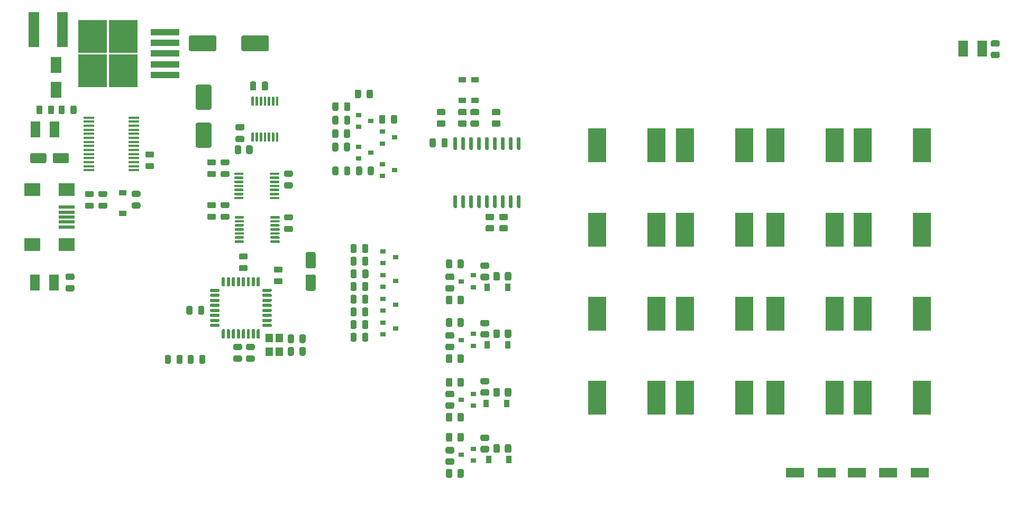
<source format=gbr>
%TF.GenerationSoftware,KiCad,Pcbnew,(5.1.12)-1*%
%TF.CreationDate,2022-09-27T22:57:10-07:00*%
%TF.ProjectId,DJetECUTester,444a6574-4543-4555-9465-737465722e6b,rev?*%
%TF.SameCoordinates,Original*%
%TF.FileFunction,Paste,Top*%
%TF.FilePolarity,Positive*%
%FSLAX46Y46*%
G04 Gerber Fmt 4.6, Leading zero omitted, Abs format (unit mm)*
G04 Created by KiCad (PCBNEW (5.1.12)-1) date 2022-09-27 22:57:10*
%MOMM*%
%LPD*%
G01*
G04 APERTURE LIST*
%ADD10R,1.500000X2.600000*%
%ADD11R,3.000000X5.500000*%
%ADD12R,0.900000X0.800000*%
%ADD13R,1.220000X0.910000*%
%ADD14R,0.910000X1.220000*%
%ADD15R,3.000000X1.500000*%
%ADD16R,1.200000X1.400000*%
%ADD17R,1.800000X2.500000*%
%ADD18R,2.500000X2.000000*%
%ADD19R,2.500000X0.500000*%
%ADD20R,1.800000X5.700000*%
%ADD21R,4.600000X1.100000*%
%ADD22R,4.550000X5.250000*%
%ADD23R,1.750000X0.450000*%
G04 APERTURE END LIST*
%TO.C,R56*%
G36*
G01*
X253450001Y-101000000D02*
X252549999Y-101000000D01*
G75*
G02*
X252300000Y-100750001I0J249999D01*
G01*
X252300000Y-100224999D01*
G75*
G02*
X252549999Y-99975000I249999J0D01*
G01*
X253450001Y-99975000D01*
G75*
G02*
X253700000Y-100224999I0J-249999D01*
G01*
X253700000Y-100750001D01*
G75*
G02*
X253450001Y-101000000I-249999J0D01*
G01*
G37*
G36*
G01*
X253450001Y-102825000D02*
X252549999Y-102825000D01*
G75*
G02*
X252300000Y-102575001I0J249999D01*
G01*
X252300000Y-102049999D01*
G75*
G02*
X252549999Y-101800000I249999J0D01*
G01*
X253450001Y-101800000D01*
G75*
G02*
X253700000Y-102049999I0J-249999D01*
G01*
X253700000Y-102575001D01*
G75*
G02*
X253450001Y-102825000I-249999J0D01*
G01*
G37*
%TD*%
%TO.C,R55*%
G36*
G01*
X251250001Y-101000000D02*
X250349999Y-101000000D01*
G75*
G02*
X250100000Y-100750001I0J249999D01*
G01*
X250100000Y-100224999D01*
G75*
G02*
X250349999Y-99975000I249999J0D01*
G01*
X251250001Y-99975000D01*
G75*
G02*
X251500000Y-100224999I0J-249999D01*
G01*
X251500000Y-100750001D01*
G75*
G02*
X251250001Y-101000000I-249999J0D01*
G01*
G37*
G36*
G01*
X251250001Y-102825000D02*
X250349999Y-102825000D01*
G75*
G02*
X250100000Y-102575001I0J249999D01*
G01*
X250100000Y-102049999D01*
G75*
G02*
X250349999Y-101800000I249999J0D01*
G01*
X251250001Y-101800000D01*
G75*
G02*
X251500000Y-102049999I0J-249999D01*
G01*
X251500000Y-102575001D01*
G75*
G02*
X251250001Y-102825000I-249999J0D01*
G01*
G37*
%TD*%
%TO.C,R54*%
G36*
G01*
X331249999Y-73987500D02*
X332150001Y-73987500D01*
G75*
G02*
X332400000Y-74237499I0J-249999D01*
G01*
X332400000Y-74762501D01*
G75*
G02*
X332150001Y-75012500I-249999J0D01*
G01*
X331249999Y-75012500D01*
G75*
G02*
X331000000Y-74762501I0J249999D01*
G01*
X331000000Y-74237499D01*
G75*
G02*
X331249999Y-73987500I249999J0D01*
G01*
G37*
G36*
G01*
X331249999Y-72162500D02*
X332150001Y-72162500D01*
G75*
G02*
X332400000Y-72412499I0J-249999D01*
G01*
X332400000Y-72937501D01*
G75*
G02*
X332150001Y-73187500I-249999J0D01*
G01*
X331249999Y-73187500D01*
G75*
G02*
X331000000Y-72937501I0J249999D01*
G01*
X331000000Y-72412499D01*
G75*
G02*
X331249999Y-72162500I249999J0D01*
G01*
G37*
%TD*%
D10*
%TO.C,D11*%
X326600000Y-73500000D03*
X329600000Y-73500000D03*
%TD*%
D11*
%TO.C,L17*%
X277500000Y-116000000D03*
X268000000Y-116000000D03*
%TD*%
%TO.C,L16*%
X291500000Y-116000000D03*
X282000000Y-116000000D03*
%TD*%
%TO.C,L15*%
X306000000Y-116000000D03*
X296500000Y-116000000D03*
%TD*%
%TO.C,L14*%
X320000000Y-116000000D03*
X310500000Y-116000000D03*
%TD*%
%TO.C,L13*%
X277500000Y-129500000D03*
X268000000Y-129500000D03*
%TD*%
%TO.C,L12*%
X291500000Y-129500000D03*
X282000000Y-129500000D03*
%TD*%
%TO.C,L11*%
X306000000Y-129500000D03*
X296500000Y-129500000D03*
%TD*%
%TO.C,L10*%
X320000000Y-129500000D03*
X310500000Y-129500000D03*
%TD*%
%TO.C,L9*%
X277500000Y-102500000D03*
X268000000Y-102500000D03*
%TD*%
%TO.C,L8*%
X291500000Y-102500000D03*
X282000000Y-102500000D03*
%TD*%
%TO.C,L7*%
X306000000Y-102500000D03*
X296500000Y-102500000D03*
%TD*%
%TO.C,L6*%
X320000000Y-102500000D03*
X310500000Y-102500000D03*
%TD*%
%TO.C,L5*%
X277500000Y-89000000D03*
X268000000Y-89000000D03*
%TD*%
%TO.C,L4*%
X291500000Y-89000000D03*
X282000000Y-89000000D03*
%TD*%
%TO.C,L3*%
X306000000Y-89000000D03*
X296500000Y-89000000D03*
%TD*%
%TO.C,L2*%
X320000000Y-89000000D03*
X310500000Y-89000000D03*
%TD*%
%TO.C,U7*%
G36*
G01*
X212950000Y-82675000D02*
X212750000Y-82675000D01*
G75*
G02*
X212650000Y-82575000I0J100000D01*
G01*
X212650000Y-81300000D01*
G75*
G02*
X212750000Y-81200000I100000J0D01*
G01*
X212950000Y-81200000D01*
G75*
G02*
X213050000Y-81300000I0J-100000D01*
G01*
X213050000Y-82575000D01*
G75*
G02*
X212950000Y-82675000I-100000J0D01*
G01*
G37*
G36*
G01*
X213600000Y-82675000D02*
X213400000Y-82675000D01*
G75*
G02*
X213300000Y-82575000I0J100000D01*
G01*
X213300000Y-81300000D01*
G75*
G02*
X213400000Y-81200000I100000J0D01*
G01*
X213600000Y-81200000D01*
G75*
G02*
X213700000Y-81300000I0J-100000D01*
G01*
X213700000Y-82575000D01*
G75*
G02*
X213600000Y-82675000I-100000J0D01*
G01*
G37*
G36*
G01*
X214250000Y-82675000D02*
X214050000Y-82675000D01*
G75*
G02*
X213950000Y-82575000I0J100000D01*
G01*
X213950000Y-81300000D01*
G75*
G02*
X214050000Y-81200000I100000J0D01*
G01*
X214250000Y-81200000D01*
G75*
G02*
X214350000Y-81300000I0J-100000D01*
G01*
X214350000Y-82575000D01*
G75*
G02*
X214250000Y-82675000I-100000J0D01*
G01*
G37*
G36*
G01*
X214900000Y-82675000D02*
X214700000Y-82675000D01*
G75*
G02*
X214600000Y-82575000I0J100000D01*
G01*
X214600000Y-81300000D01*
G75*
G02*
X214700000Y-81200000I100000J0D01*
G01*
X214900000Y-81200000D01*
G75*
G02*
X215000000Y-81300000I0J-100000D01*
G01*
X215000000Y-82575000D01*
G75*
G02*
X214900000Y-82675000I-100000J0D01*
G01*
G37*
G36*
G01*
X215550000Y-82675000D02*
X215350000Y-82675000D01*
G75*
G02*
X215250000Y-82575000I0J100000D01*
G01*
X215250000Y-81300000D01*
G75*
G02*
X215350000Y-81200000I100000J0D01*
G01*
X215550000Y-81200000D01*
G75*
G02*
X215650000Y-81300000I0J-100000D01*
G01*
X215650000Y-82575000D01*
G75*
G02*
X215550000Y-82675000I-100000J0D01*
G01*
G37*
G36*
G01*
X216200000Y-82675000D02*
X216000000Y-82675000D01*
G75*
G02*
X215900000Y-82575000I0J100000D01*
G01*
X215900000Y-81300000D01*
G75*
G02*
X216000000Y-81200000I100000J0D01*
G01*
X216200000Y-81200000D01*
G75*
G02*
X216300000Y-81300000I0J-100000D01*
G01*
X216300000Y-82575000D01*
G75*
G02*
X216200000Y-82675000I-100000J0D01*
G01*
G37*
G36*
G01*
X216850000Y-82675000D02*
X216650000Y-82675000D01*
G75*
G02*
X216550000Y-82575000I0J100000D01*
G01*
X216550000Y-81300000D01*
G75*
G02*
X216650000Y-81200000I100000J0D01*
G01*
X216850000Y-81200000D01*
G75*
G02*
X216950000Y-81300000I0J-100000D01*
G01*
X216950000Y-82575000D01*
G75*
G02*
X216850000Y-82675000I-100000J0D01*
G01*
G37*
G36*
G01*
X216850000Y-88400000D02*
X216650000Y-88400000D01*
G75*
G02*
X216550000Y-88300000I0J100000D01*
G01*
X216550000Y-87025000D01*
G75*
G02*
X216650000Y-86925000I100000J0D01*
G01*
X216850000Y-86925000D01*
G75*
G02*
X216950000Y-87025000I0J-100000D01*
G01*
X216950000Y-88300000D01*
G75*
G02*
X216850000Y-88400000I-100000J0D01*
G01*
G37*
G36*
G01*
X216200000Y-88400000D02*
X216000000Y-88400000D01*
G75*
G02*
X215900000Y-88300000I0J100000D01*
G01*
X215900000Y-87025000D01*
G75*
G02*
X216000000Y-86925000I100000J0D01*
G01*
X216200000Y-86925000D01*
G75*
G02*
X216300000Y-87025000I0J-100000D01*
G01*
X216300000Y-88300000D01*
G75*
G02*
X216200000Y-88400000I-100000J0D01*
G01*
G37*
G36*
G01*
X215550000Y-88400000D02*
X215350000Y-88400000D01*
G75*
G02*
X215250000Y-88300000I0J100000D01*
G01*
X215250000Y-87025000D01*
G75*
G02*
X215350000Y-86925000I100000J0D01*
G01*
X215550000Y-86925000D01*
G75*
G02*
X215650000Y-87025000I0J-100000D01*
G01*
X215650000Y-88300000D01*
G75*
G02*
X215550000Y-88400000I-100000J0D01*
G01*
G37*
G36*
G01*
X214900000Y-88400000D02*
X214700000Y-88400000D01*
G75*
G02*
X214600000Y-88300000I0J100000D01*
G01*
X214600000Y-87025000D01*
G75*
G02*
X214700000Y-86925000I100000J0D01*
G01*
X214900000Y-86925000D01*
G75*
G02*
X215000000Y-87025000I0J-100000D01*
G01*
X215000000Y-88300000D01*
G75*
G02*
X214900000Y-88400000I-100000J0D01*
G01*
G37*
G36*
G01*
X214250000Y-88400000D02*
X214050000Y-88400000D01*
G75*
G02*
X213950000Y-88300000I0J100000D01*
G01*
X213950000Y-87025000D01*
G75*
G02*
X214050000Y-86925000I100000J0D01*
G01*
X214250000Y-86925000D01*
G75*
G02*
X214350000Y-87025000I0J-100000D01*
G01*
X214350000Y-88300000D01*
G75*
G02*
X214250000Y-88400000I-100000J0D01*
G01*
G37*
G36*
G01*
X213600000Y-88400000D02*
X213400000Y-88400000D01*
G75*
G02*
X213300000Y-88300000I0J100000D01*
G01*
X213300000Y-87025000D01*
G75*
G02*
X213400000Y-86925000I100000J0D01*
G01*
X213600000Y-86925000D01*
G75*
G02*
X213700000Y-87025000I0J-100000D01*
G01*
X213700000Y-88300000D01*
G75*
G02*
X213600000Y-88400000I-100000J0D01*
G01*
G37*
G36*
G01*
X212950000Y-88400000D02*
X212750000Y-88400000D01*
G75*
G02*
X212650000Y-88300000I0J100000D01*
G01*
X212650000Y-87025000D01*
G75*
G02*
X212750000Y-86925000I100000J0D01*
G01*
X212950000Y-86925000D01*
G75*
G02*
X213050000Y-87025000I0J-100000D01*
G01*
X213050000Y-88300000D01*
G75*
G02*
X212950000Y-88400000I-100000J0D01*
G01*
G37*
%TD*%
%TO.C,U6*%
G36*
G01*
X245420000Y-89745000D02*
X245120000Y-89745000D01*
G75*
G02*
X244970000Y-89595000I0J150000D01*
G01*
X244970000Y-87845000D01*
G75*
G02*
X245120000Y-87695000I150000J0D01*
G01*
X245420000Y-87695000D01*
G75*
G02*
X245570000Y-87845000I0J-150000D01*
G01*
X245570000Y-89595000D01*
G75*
G02*
X245420000Y-89745000I-150000J0D01*
G01*
G37*
G36*
G01*
X246690000Y-89745000D02*
X246390000Y-89745000D01*
G75*
G02*
X246240000Y-89595000I0J150000D01*
G01*
X246240000Y-87845000D01*
G75*
G02*
X246390000Y-87695000I150000J0D01*
G01*
X246690000Y-87695000D01*
G75*
G02*
X246840000Y-87845000I0J-150000D01*
G01*
X246840000Y-89595000D01*
G75*
G02*
X246690000Y-89745000I-150000J0D01*
G01*
G37*
G36*
G01*
X247960000Y-89745000D02*
X247660000Y-89745000D01*
G75*
G02*
X247510000Y-89595000I0J150000D01*
G01*
X247510000Y-87845000D01*
G75*
G02*
X247660000Y-87695000I150000J0D01*
G01*
X247960000Y-87695000D01*
G75*
G02*
X248110000Y-87845000I0J-150000D01*
G01*
X248110000Y-89595000D01*
G75*
G02*
X247960000Y-89745000I-150000J0D01*
G01*
G37*
G36*
G01*
X249230000Y-89745000D02*
X248930000Y-89745000D01*
G75*
G02*
X248780000Y-89595000I0J150000D01*
G01*
X248780000Y-87845000D01*
G75*
G02*
X248930000Y-87695000I150000J0D01*
G01*
X249230000Y-87695000D01*
G75*
G02*
X249380000Y-87845000I0J-150000D01*
G01*
X249380000Y-89595000D01*
G75*
G02*
X249230000Y-89745000I-150000J0D01*
G01*
G37*
G36*
G01*
X250500000Y-89745000D02*
X250200000Y-89745000D01*
G75*
G02*
X250050000Y-89595000I0J150000D01*
G01*
X250050000Y-87845000D01*
G75*
G02*
X250200000Y-87695000I150000J0D01*
G01*
X250500000Y-87695000D01*
G75*
G02*
X250650000Y-87845000I0J-150000D01*
G01*
X250650000Y-89595000D01*
G75*
G02*
X250500000Y-89745000I-150000J0D01*
G01*
G37*
G36*
G01*
X251770000Y-89745000D02*
X251470000Y-89745000D01*
G75*
G02*
X251320000Y-89595000I0J150000D01*
G01*
X251320000Y-87845000D01*
G75*
G02*
X251470000Y-87695000I150000J0D01*
G01*
X251770000Y-87695000D01*
G75*
G02*
X251920000Y-87845000I0J-150000D01*
G01*
X251920000Y-89595000D01*
G75*
G02*
X251770000Y-89745000I-150000J0D01*
G01*
G37*
G36*
G01*
X253040000Y-89745000D02*
X252740000Y-89745000D01*
G75*
G02*
X252590000Y-89595000I0J150000D01*
G01*
X252590000Y-87845000D01*
G75*
G02*
X252740000Y-87695000I150000J0D01*
G01*
X253040000Y-87695000D01*
G75*
G02*
X253190000Y-87845000I0J-150000D01*
G01*
X253190000Y-89595000D01*
G75*
G02*
X253040000Y-89745000I-150000J0D01*
G01*
G37*
G36*
G01*
X254310000Y-89745000D02*
X254010000Y-89745000D01*
G75*
G02*
X253860000Y-89595000I0J150000D01*
G01*
X253860000Y-87845000D01*
G75*
G02*
X254010000Y-87695000I150000J0D01*
G01*
X254310000Y-87695000D01*
G75*
G02*
X254460000Y-87845000I0J-150000D01*
G01*
X254460000Y-89595000D01*
G75*
G02*
X254310000Y-89745000I-150000J0D01*
G01*
G37*
G36*
G01*
X255580000Y-89745000D02*
X255280000Y-89745000D01*
G75*
G02*
X255130000Y-89595000I0J150000D01*
G01*
X255130000Y-87845000D01*
G75*
G02*
X255280000Y-87695000I150000J0D01*
G01*
X255580000Y-87695000D01*
G75*
G02*
X255730000Y-87845000I0J-150000D01*
G01*
X255730000Y-89595000D01*
G75*
G02*
X255580000Y-89745000I-150000J0D01*
G01*
G37*
G36*
G01*
X255580000Y-99045000D02*
X255280000Y-99045000D01*
G75*
G02*
X255130000Y-98895000I0J150000D01*
G01*
X255130000Y-97145000D01*
G75*
G02*
X255280000Y-96995000I150000J0D01*
G01*
X255580000Y-96995000D01*
G75*
G02*
X255730000Y-97145000I0J-150000D01*
G01*
X255730000Y-98895000D01*
G75*
G02*
X255580000Y-99045000I-150000J0D01*
G01*
G37*
G36*
G01*
X254310000Y-99045000D02*
X254010000Y-99045000D01*
G75*
G02*
X253860000Y-98895000I0J150000D01*
G01*
X253860000Y-97145000D01*
G75*
G02*
X254010000Y-96995000I150000J0D01*
G01*
X254310000Y-96995000D01*
G75*
G02*
X254460000Y-97145000I0J-150000D01*
G01*
X254460000Y-98895000D01*
G75*
G02*
X254310000Y-99045000I-150000J0D01*
G01*
G37*
G36*
G01*
X253040000Y-99045000D02*
X252740000Y-99045000D01*
G75*
G02*
X252590000Y-98895000I0J150000D01*
G01*
X252590000Y-97145000D01*
G75*
G02*
X252740000Y-96995000I150000J0D01*
G01*
X253040000Y-96995000D01*
G75*
G02*
X253190000Y-97145000I0J-150000D01*
G01*
X253190000Y-98895000D01*
G75*
G02*
X253040000Y-99045000I-150000J0D01*
G01*
G37*
G36*
G01*
X251770000Y-99045000D02*
X251470000Y-99045000D01*
G75*
G02*
X251320000Y-98895000I0J150000D01*
G01*
X251320000Y-97145000D01*
G75*
G02*
X251470000Y-96995000I150000J0D01*
G01*
X251770000Y-96995000D01*
G75*
G02*
X251920000Y-97145000I0J-150000D01*
G01*
X251920000Y-98895000D01*
G75*
G02*
X251770000Y-99045000I-150000J0D01*
G01*
G37*
G36*
G01*
X250500000Y-99045000D02*
X250200000Y-99045000D01*
G75*
G02*
X250050000Y-98895000I0J150000D01*
G01*
X250050000Y-97145000D01*
G75*
G02*
X250200000Y-96995000I150000J0D01*
G01*
X250500000Y-96995000D01*
G75*
G02*
X250650000Y-97145000I0J-150000D01*
G01*
X250650000Y-98895000D01*
G75*
G02*
X250500000Y-99045000I-150000J0D01*
G01*
G37*
G36*
G01*
X249230000Y-99045000D02*
X248930000Y-99045000D01*
G75*
G02*
X248780000Y-98895000I0J150000D01*
G01*
X248780000Y-97145000D01*
G75*
G02*
X248930000Y-96995000I150000J0D01*
G01*
X249230000Y-96995000D01*
G75*
G02*
X249380000Y-97145000I0J-150000D01*
G01*
X249380000Y-98895000D01*
G75*
G02*
X249230000Y-99045000I-150000J0D01*
G01*
G37*
G36*
G01*
X247960000Y-99045000D02*
X247660000Y-99045000D01*
G75*
G02*
X247510000Y-98895000I0J150000D01*
G01*
X247510000Y-97145000D01*
G75*
G02*
X247660000Y-96995000I150000J0D01*
G01*
X247960000Y-96995000D01*
G75*
G02*
X248110000Y-97145000I0J-150000D01*
G01*
X248110000Y-98895000D01*
G75*
G02*
X247960000Y-99045000I-150000J0D01*
G01*
G37*
G36*
G01*
X246690000Y-99045000D02*
X246390000Y-99045000D01*
G75*
G02*
X246240000Y-98895000I0J150000D01*
G01*
X246240000Y-97145000D01*
G75*
G02*
X246390000Y-96995000I150000J0D01*
G01*
X246690000Y-96995000D01*
G75*
G02*
X246840000Y-97145000I0J-150000D01*
G01*
X246840000Y-98895000D01*
G75*
G02*
X246690000Y-99045000I-150000J0D01*
G01*
G37*
G36*
G01*
X245420000Y-99045000D02*
X245120000Y-99045000D01*
G75*
G02*
X244970000Y-98895000I0J150000D01*
G01*
X244970000Y-97145000D01*
G75*
G02*
X245120000Y-96995000I150000J0D01*
G01*
X245420000Y-96995000D01*
G75*
G02*
X245570000Y-97145000I0J-150000D01*
G01*
X245570000Y-98895000D01*
G75*
G02*
X245420000Y-99045000I-150000J0D01*
G01*
G37*
%TD*%
%TO.C,R53*%
G36*
G01*
X246850001Y-84200000D02*
X245949999Y-84200000D01*
G75*
G02*
X245700000Y-83950001I0J249999D01*
G01*
X245700000Y-83424999D01*
G75*
G02*
X245949999Y-83175000I249999J0D01*
G01*
X246850001Y-83175000D01*
G75*
G02*
X247100000Y-83424999I0J-249999D01*
G01*
X247100000Y-83950001D01*
G75*
G02*
X246850001Y-84200000I-249999J0D01*
G01*
G37*
G36*
G01*
X246850001Y-86025000D02*
X245949999Y-86025000D01*
G75*
G02*
X245700000Y-85775001I0J249999D01*
G01*
X245700000Y-85249999D01*
G75*
G02*
X245949999Y-85000000I249999J0D01*
G01*
X246850001Y-85000000D01*
G75*
G02*
X247100000Y-85249999I0J-249999D01*
G01*
X247100000Y-85775001D01*
G75*
G02*
X246850001Y-86025000I-249999J0D01*
G01*
G37*
%TD*%
%TO.C,R52*%
G36*
G01*
X248850001Y-84200000D02*
X247949999Y-84200000D01*
G75*
G02*
X247700000Y-83950001I0J249999D01*
G01*
X247700000Y-83424999D01*
G75*
G02*
X247949999Y-83175000I249999J0D01*
G01*
X248850001Y-83175000D01*
G75*
G02*
X249100000Y-83424999I0J-249999D01*
G01*
X249100000Y-83950001D01*
G75*
G02*
X248850001Y-84200000I-249999J0D01*
G01*
G37*
G36*
G01*
X248850001Y-86025000D02*
X247949999Y-86025000D01*
G75*
G02*
X247700000Y-85775001I0J249999D01*
G01*
X247700000Y-85249999D01*
G75*
G02*
X247949999Y-85000000I249999J0D01*
G01*
X248850001Y-85000000D01*
G75*
G02*
X249100000Y-85249999I0J-249999D01*
G01*
X249100000Y-85775001D01*
G75*
G02*
X248850001Y-86025000I-249999J0D01*
G01*
G37*
%TD*%
%TO.C,R49*%
G36*
G01*
X242549999Y-85000000D02*
X243450001Y-85000000D01*
G75*
G02*
X243700000Y-85249999I0J-249999D01*
G01*
X243700000Y-85775001D01*
G75*
G02*
X243450001Y-86025000I-249999J0D01*
G01*
X242549999Y-86025000D01*
G75*
G02*
X242300000Y-85775001I0J249999D01*
G01*
X242300000Y-85249999D01*
G75*
G02*
X242549999Y-85000000I249999J0D01*
G01*
G37*
G36*
G01*
X242549999Y-83175000D02*
X243450001Y-83175000D01*
G75*
G02*
X243700000Y-83424999I0J-249999D01*
G01*
X243700000Y-83950001D01*
G75*
G02*
X243450001Y-84200000I-249999J0D01*
G01*
X242549999Y-84200000D01*
G75*
G02*
X242300000Y-83950001I0J249999D01*
G01*
X242300000Y-83424999D01*
G75*
G02*
X242549999Y-83175000I249999J0D01*
G01*
G37*
%TD*%
%TO.C,R48*%
G36*
G01*
X251349999Y-85000000D02*
X252250001Y-85000000D01*
G75*
G02*
X252500000Y-85249999I0J-249999D01*
G01*
X252500000Y-85775001D01*
G75*
G02*
X252250001Y-86025000I-249999J0D01*
G01*
X251349999Y-86025000D01*
G75*
G02*
X251100000Y-85775001I0J249999D01*
G01*
X251100000Y-85249999D01*
G75*
G02*
X251349999Y-85000000I249999J0D01*
G01*
G37*
G36*
G01*
X251349999Y-83175000D02*
X252250001Y-83175000D01*
G75*
G02*
X252500000Y-83424999I0J-249999D01*
G01*
X252500000Y-83950001D01*
G75*
G02*
X252250001Y-84200000I-249999J0D01*
G01*
X251349999Y-84200000D01*
G75*
G02*
X251100000Y-83950001I0J249999D01*
G01*
X251100000Y-83424999D01*
G75*
G02*
X251349999Y-83175000I249999J0D01*
G01*
G37*
%TD*%
%TO.C,R45*%
G36*
G01*
X211800000Y-90150001D02*
X211800000Y-89249999D01*
G75*
G02*
X212049999Y-89000000I249999J0D01*
G01*
X212575001Y-89000000D01*
G75*
G02*
X212825000Y-89249999I0J-249999D01*
G01*
X212825000Y-90150001D01*
G75*
G02*
X212575001Y-90400000I-249999J0D01*
G01*
X212049999Y-90400000D01*
G75*
G02*
X211800000Y-90150001I0J249999D01*
G01*
G37*
G36*
G01*
X209975000Y-90150001D02*
X209975000Y-89249999D01*
G75*
G02*
X210224999Y-89000000I249999J0D01*
G01*
X210750001Y-89000000D01*
G75*
G02*
X211000000Y-89249999I0J-249999D01*
G01*
X211000000Y-90150001D01*
G75*
G02*
X210750001Y-90400000I-249999J0D01*
G01*
X210224999Y-90400000D01*
G75*
G02*
X209975000Y-90150001I0J249999D01*
G01*
G37*
%TD*%
%TO.C,R44*%
G36*
G01*
X184050001Y-110600000D02*
X183149999Y-110600000D01*
G75*
G02*
X182900000Y-110350001I0J249999D01*
G01*
X182900000Y-109824999D01*
G75*
G02*
X183149999Y-109575000I249999J0D01*
G01*
X184050001Y-109575000D01*
G75*
G02*
X184300000Y-109824999I0J-249999D01*
G01*
X184300000Y-110350001D01*
G75*
G02*
X184050001Y-110600000I-249999J0D01*
G01*
G37*
G36*
G01*
X184050001Y-112425000D02*
X183149999Y-112425000D01*
G75*
G02*
X182900000Y-112175001I0J249999D01*
G01*
X182900000Y-111649999D01*
G75*
G02*
X183149999Y-111400000I249999J0D01*
G01*
X184050001Y-111400000D01*
G75*
G02*
X184300000Y-111649999I0J-249999D01*
G01*
X184300000Y-112175001D01*
G75*
G02*
X184050001Y-112425000I-249999J0D01*
G01*
G37*
%TD*%
%TO.C,R43*%
G36*
G01*
X245600000Y-127450001D02*
X245600000Y-126549999D01*
G75*
G02*
X245849999Y-126300000I249999J0D01*
G01*
X246375001Y-126300000D01*
G75*
G02*
X246625000Y-126549999I0J-249999D01*
G01*
X246625000Y-127450001D01*
G75*
G02*
X246375001Y-127700000I-249999J0D01*
G01*
X245849999Y-127700000D01*
G75*
G02*
X245600000Y-127450001I0J249999D01*
G01*
G37*
G36*
G01*
X243775000Y-127450001D02*
X243775000Y-126549999D01*
G75*
G02*
X244024999Y-126300000I249999J0D01*
G01*
X244550001Y-126300000D01*
G75*
G02*
X244800000Y-126549999I0J-249999D01*
G01*
X244800000Y-127450001D01*
G75*
G02*
X244550001Y-127700000I-249999J0D01*
G01*
X244024999Y-127700000D01*
G75*
G02*
X243775000Y-127450001I0J249999D01*
G01*
G37*
%TD*%
%TO.C,R42*%
G36*
G01*
X244850001Y-129400000D02*
X243949999Y-129400000D01*
G75*
G02*
X243700000Y-129150001I0J249999D01*
G01*
X243700000Y-128624999D01*
G75*
G02*
X243949999Y-128375000I249999J0D01*
G01*
X244850001Y-128375000D01*
G75*
G02*
X245100000Y-128624999I0J-249999D01*
G01*
X245100000Y-129150001D01*
G75*
G02*
X244850001Y-129400000I-249999J0D01*
G01*
G37*
G36*
G01*
X244850001Y-131225000D02*
X243949999Y-131225000D01*
G75*
G02*
X243700000Y-130975001I0J249999D01*
G01*
X243700000Y-130449999D01*
G75*
G02*
X243949999Y-130200000I249999J0D01*
G01*
X244850001Y-130200000D01*
G75*
G02*
X245100000Y-130449999I0J-249999D01*
G01*
X245100000Y-130975001D01*
G75*
G02*
X244850001Y-131225000I-249999J0D01*
G01*
G37*
%TD*%
%TO.C,R41*%
G36*
G01*
X245600000Y-136250001D02*
X245600000Y-135349999D01*
G75*
G02*
X245849999Y-135100000I249999J0D01*
G01*
X246375001Y-135100000D01*
G75*
G02*
X246625000Y-135349999I0J-249999D01*
G01*
X246625000Y-136250001D01*
G75*
G02*
X246375001Y-136500000I-249999J0D01*
G01*
X245849999Y-136500000D01*
G75*
G02*
X245600000Y-136250001I0J249999D01*
G01*
G37*
G36*
G01*
X243775000Y-136250001D02*
X243775000Y-135349999D01*
G75*
G02*
X244024999Y-135100000I249999J0D01*
G01*
X244550001Y-135100000D01*
G75*
G02*
X244800000Y-135349999I0J-249999D01*
G01*
X244800000Y-136250001D01*
G75*
G02*
X244550001Y-136500000I-249999J0D01*
G01*
X244024999Y-136500000D01*
G75*
G02*
X243775000Y-136250001I0J249999D01*
G01*
G37*
%TD*%
%TO.C,R40*%
G36*
G01*
X244850001Y-138400000D02*
X243949999Y-138400000D01*
G75*
G02*
X243700000Y-138150001I0J249999D01*
G01*
X243700000Y-137624999D01*
G75*
G02*
X243949999Y-137375000I249999J0D01*
G01*
X244850001Y-137375000D01*
G75*
G02*
X245100000Y-137624999I0J-249999D01*
G01*
X245100000Y-138150001D01*
G75*
G02*
X244850001Y-138400000I-249999J0D01*
G01*
G37*
G36*
G01*
X244850001Y-140225000D02*
X243949999Y-140225000D01*
G75*
G02*
X243700000Y-139975001I0J249999D01*
G01*
X243700000Y-139449999D01*
G75*
G02*
X243949999Y-139200000I249999J0D01*
G01*
X244850001Y-139200000D01*
G75*
G02*
X245100000Y-139449999I0J-249999D01*
G01*
X245100000Y-139975001D01*
G75*
G02*
X244850001Y-140225000I-249999J0D01*
G01*
G37*
%TD*%
%TO.C,R39*%
G36*
G01*
X245600000Y-117850001D02*
X245600000Y-116949999D01*
G75*
G02*
X245849999Y-116700000I249999J0D01*
G01*
X246375001Y-116700000D01*
G75*
G02*
X246625000Y-116949999I0J-249999D01*
G01*
X246625000Y-117850001D01*
G75*
G02*
X246375001Y-118100000I-249999J0D01*
G01*
X245849999Y-118100000D01*
G75*
G02*
X245600000Y-117850001I0J249999D01*
G01*
G37*
G36*
G01*
X243775000Y-117850001D02*
X243775000Y-116949999D01*
G75*
G02*
X244024999Y-116700000I249999J0D01*
G01*
X244550001Y-116700000D01*
G75*
G02*
X244800000Y-116949999I0J-249999D01*
G01*
X244800000Y-117850001D01*
G75*
G02*
X244550001Y-118100000I-249999J0D01*
G01*
X244024999Y-118100000D01*
G75*
G02*
X243775000Y-117850001I0J249999D01*
G01*
G37*
%TD*%
%TO.C,R38*%
G36*
G01*
X244850001Y-120000000D02*
X243949999Y-120000000D01*
G75*
G02*
X243700000Y-119750001I0J249999D01*
G01*
X243700000Y-119224999D01*
G75*
G02*
X243949999Y-118975000I249999J0D01*
G01*
X244850001Y-118975000D01*
G75*
G02*
X245100000Y-119224999I0J-249999D01*
G01*
X245100000Y-119750001D01*
G75*
G02*
X244850001Y-120000000I-249999J0D01*
G01*
G37*
G36*
G01*
X244850001Y-121825000D02*
X243949999Y-121825000D01*
G75*
G02*
X243700000Y-121575001I0J249999D01*
G01*
X243700000Y-121049999D01*
G75*
G02*
X243949999Y-120800000I249999J0D01*
G01*
X244850001Y-120800000D01*
G75*
G02*
X245100000Y-121049999I0J-249999D01*
G01*
X245100000Y-121575001D01*
G75*
G02*
X244850001Y-121825000I-249999J0D01*
G01*
G37*
%TD*%
%TO.C,R37*%
G36*
G01*
X245600000Y-108450001D02*
X245600000Y-107549999D01*
G75*
G02*
X245849999Y-107300000I249999J0D01*
G01*
X246375001Y-107300000D01*
G75*
G02*
X246625000Y-107549999I0J-249999D01*
G01*
X246625000Y-108450001D01*
G75*
G02*
X246375001Y-108700000I-249999J0D01*
G01*
X245849999Y-108700000D01*
G75*
G02*
X245600000Y-108450001I0J249999D01*
G01*
G37*
G36*
G01*
X243775000Y-108450001D02*
X243775000Y-107549999D01*
G75*
G02*
X244024999Y-107300000I249999J0D01*
G01*
X244550001Y-107300000D01*
G75*
G02*
X244800000Y-107549999I0J-249999D01*
G01*
X244800000Y-108450001D01*
G75*
G02*
X244550001Y-108700000I-249999J0D01*
G01*
X244024999Y-108700000D01*
G75*
G02*
X243775000Y-108450001I0J249999D01*
G01*
G37*
%TD*%
%TO.C,R36*%
G36*
G01*
X244850001Y-110600000D02*
X243949999Y-110600000D01*
G75*
G02*
X243700000Y-110350001I0J249999D01*
G01*
X243700000Y-109824999D01*
G75*
G02*
X243949999Y-109575000I249999J0D01*
G01*
X244850001Y-109575000D01*
G75*
G02*
X245100000Y-109824999I0J-249999D01*
G01*
X245100000Y-110350001D01*
G75*
G02*
X244850001Y-110600000I-249999J0D01*
G01*
G37*
G36*
G01*
X244850001Y-112425000D02*
X243949999Y-112425000D01*
G75*
G02*
X243700000Y-112175001I0J249999D01*
G01*
X243700000Y-111649999D01*
G75*
G02*
X243949999Y-111400000I249999J0D01*
G01*
X244850001Y-111400000D01*
G75*
G02*
X245100000Y-111649999I0J-249999D01*
G01*
X245100000Y-112175001D01*
G75*
G02*
X244850001Y-112425000I-249999J0D01*
G01*
G37*
%TD*%
%TO.C,R35*%
G36*
G01*
X244800000Y-132149999D02*
X244800000Y-133050001D01*
G75*
G02*
X244550001Y-133300000I-249999J0D01*
G01*
X244024999Y-133300000D01*
G75*
G02*
X243775000Y-133050001I0J249999D01*
G01*
X243775000Y-132149999D01*
G75*
G02*
X244024999Y-131900000I249999J0D01*
G01*
X244550001Y-131900000D01*
G75*
G02*
X244800000Y-132149999I0J-249999D01*
G01*
G37*
G36*
G01*
X246625000Y-132149999D02*
X246625000Y-133050001D01*
G75*
G02*
X246375001Y-133300000I-249999J0D01*
G01*
X245849999Y-133300000D01*
G75*
G02*
X245600000Y-133050001I0J249999D01*
G01*
X245600000Y-132149999D01*
G75*
G02*
X245849999Y-131900000I249999J0D01*
G01*
X246375001Y-131900000D01*
G75*
G02*
X246625000Y-132149999I0J-249999D01*
G01*
G37*
%TD*%
%TO.C,R34*%
G36*
G01*
X244800000Y-141149999D02*
X244800000Y-142050001D01*
G75*
G02*
X244550001Y-142300000I-249999J0D01*
G01*
X244024999Y-142300000D01*
G75*
G02*
X243775000Y-142050001I0J249999D01*
G01*
X243775000Y-141149999D01*
G75*
G02*
X244024999Y-140900000I249999J0D01*
G01*
X244550001Y-140900000D01*
G75*
G02*
X244800000Y-141149999I0J-249999D01*
G01*
G37*
G36*
G01*
X246625000Y-141149999D02*
X246625000Y-142050001D01*
G75*
G02*
X246375001Y-142300000I-249999J0D01*
G01*
X245849999Y-142300000D01*
G75*
G02*
X245600000Y-142050001I0J249999D01*
G01*
X245600000Y-141149999D01*
G75*
G02*
X245849999Y-140900000I249999J0D01*
G01*
X246375001Y-140900000D01*
G75*
G02*
X246625000Y-141149999I0J-249999D01*
G01*
G37*
%TD*%
%TO.C,R33*%
G36*
G01*
X244800000Y-122749999D02*
X244800000Y-123650001D01*
G75*
G02*
X244550001Y-123900000I-249999J0D01*
G01*
X244024999Y-123900000D01*
G75*
G02*
X243775000Y-123650001I0J249999D01*
G01*
X243775000Y-122749999D01*
G75*
G02*
X244024999Y-122500000I249999J0D01*
G01*
X244550001Y-122500000D01*
G75*
G02*
X244800000Y-122749999I0J-249999D01*
G01*
G37*
G36*
G01*
X246625000Y-122749999D02*
X246625000Y-123650001D01*
G75*
G02*
X246375001Y-123900000I-249999J0D01*
G01*
X245849999Y-123900000D01*
G75*
G02*
X245600000Y-123650001I0J249999D01*
G01*
X245600000Y-122749999D01*
G75*
G02*
X245849999Y-122500000I249999J0D01*
G01*
X246375001Y-122500000D01*
G75*
G02*
X246625000Y-122749999I0J-249999D01*
G01*
G37*
%TD*%
%TO.C,R32*%
G36*
G01*
X244800000Y-113349999D02*
X244800000Y-114250001D01*
G75*
G02*
X244550001Y-114500000I-249999J0D01*
G01*
X244024999Y-114500000D01*
G75*
G02*
X243775000Y-114250001I0J249999D01*
G01*
X243775000Y-113349999D01*
G75*
G02*
X244024999Y-113100000I249999J0D01*
G01*
X244550001Y-113100000D01*
G75*
G02*
X244800000Y-113349999I0J-249999D01*
G01*
G37*
G36*
G01*
X246625000Y-113349999D02*
X246625000Y-114250001D01*
G75*
G02*
X246375001Y-114500000I-249999J0D01*
G01*
X245849999Y-114500000D01*
G75*
G02*
X245600000Y-114250001I0J249999D01*
G01*
X245600000Y-113349999D01*
G75*
G02*
X245849999Y-113100000I249999J0D01*
G01*
X246375001Y-113100000D01*
G75*
G02*
X246625000Y-113349999I0J-249999D01*
G01*
G37*
%TD*%
%TO.C,R31*%
G36*
G01*
X250450001Y-127312500D02*
X249549999Y-127312500D01*
G75*
G02*
X249300000Y-127062501I0J249999D01*
G01*
X249300000Y-126537499D01*
G75*
G02*
X249549999Y-126287500I249999J0D01*
G01*
X250450001Y-126287500D01*
G75*
G02*
X250700000Y-126537499I0J-249999D01*
G01*
X250700000Y-127062501D01*
G75*
G02*
X250450001Y-127312500I-249999J0D01*
G01*
G37*
G36*
G01*
X250450001Y-129137500D02*
X249549999Y-129137500D01*
G75*
G02*
X249300000Y-128887501I0J249999D01*
G01*
X249300000Y-128362499D01*
G75*
G02*
X249549999Y-128112500I249999J0D01*
G01*
X250450001Y-128112500D01*
G75*
G02*
X250700000Y-128362499I0J-249999D01*
G01*
X250700000Y-128887501D01*
G75*
G02*
X250450001Y-129137500I-249999J0D01*
G01*
G37*
%TD*%
%TO.C,R30*%
G36*
G01*
X250450001Y-136400000D02*
X249549999Y-136400000D01*
G75*
G02*
X249300000Y-136150001I0J249999D01*
G01*
X249300000Y-135624999D01*
G75*
G02*
X249549999Y-135375000I249999J0D01*
G01*
X250450001Y-135375000D01*
G75*
G02*
X250700000Y-135624999I0J-249999D01*
G01*
X250700000Y-136150001D01*
G75*
G02*
X250450001Y-136400000I-249999J0D01*
G01*
G37*
G36*
G01*
X250450001Y-138225000D02*
X249549999Y-138225000D01*
G75*
G02*
X249300000Y-137975001I0J249999D01*
G01*
X249300000Y-137449999D01*
G75*
G02*
X249549999Y-137200000I249999J0D01*
G01*
X250450001Y-137200000D01*
G75*
G02*
X250700000Y-137449999I0J-249999D01*
G01*
X250700000Y-137975001D01*
G75*
G02*
X250450001Y-138225000I-249999J0D01*
G01*
G37*
%TD*%
%TO.C,R29*%
G36*
G01*
X250450001Y-118000000D02*
X249549999Y-118000000D01*
G75*
G02*
X249300000Y-117750001I0J249999D01*
G01*
X249300000Y-117224999D01*
G75*
G02*
X249549999Y-116975000I249999J0D01*
G01*
X250450001Y-116975000D01*
G75*
G02*
X250700000Y-117224999I0J-249999D01*
G01*
X250700000Y-117750001D01*
G75*
G02*
X250450001Y-118000000I-249999J0D01*
G01*
G37*
G36*
G01*
X250450001Y-119825000D02*
X249549999Y-119825000D01*
G75*
G02*
X249300000Y-119575001I0J249999D01*
G01*
X249300000Y-119049999D01*
G75*
G02*
X249549999Y-118800000I249999J0D01*
G01*
X250450001Y-118800000D01*
G75*
G02*
X250700000Y-119049999I0J-249999D01*
G01*
X250700000Y-119575001D01*
G75*
G02*
X250450001Y-119825000I-249999J0D01*
G01*
G37*
%TD*%
%TO.C,R28*%
G36*
G01*
X250450001Y-108800000D02*
X249549999Y-108800000D01*
G75*
G02*
X249300000Y-108550001I0J249999D01*
G01*
X249300000Y-108024999D01*
G75*
G02*
X249549999Y-107775000I249999J0D01*
G01*
X250450001Y-107775000D01*
G75*
G02*
X250700000Y-108024999I0J-249999D01*
G01*
X250700000Y-108550001D01*
G75*
G02*
X250450001Y-108800000I-249999J0D01*
G01*
G37*
G36*
G01*
X250450001Y-110625000D02*
X249549999Y-110625000D01*
G75*
G02*
X249300000Y-110375001I0J249999D01*
G01*
X249300000Y-109849999D01*
G75*
G02*
X249549999Y-109600000I249999J0D01*
G01*
X250450001Y-109600000D01*
G75*
G02*
X250700000Y-109849999I0J-249999D01*
G01*
X250700000Y-110375001D01*
G75*
G02*
X250450001Y-110625000I-249999J0D01*
G01*
G37*
%TD*%
%TO.C,R27*%
G36*
G01*
X253200000Y-129050001D02*
X253200000Y-128149999D01*
G75*
G02*
X253449999Y-127900000I249999J0D01*
G01*
X253975001Y-127900000D01*
G75*
G02*
X254225000Y-128149999I0J-249999D01*
G01*
X254225000Y-129050001D01*
G75*
G02*
X253975001Y-129300000I-249999J0D01*
G01*
X253449999Y-129300000D01*
G75*
G02*
X253200000Y-129050001I0J249999D01*
G01*
G37*
G36*
G01*
X251375000Y-129050001D02*
X251375000Y-128149999D01*
G75*
G02*
X251624999Y-127900000I249999J0D01*
G01*
X252150001Y-127900000D01*
G75*
G02*
X252400000Y-128149999I0J-249999D01*
G01*
X252400000Y-129050001D01*
G75*
G02*
X252150001Y-129300000I-249999J0D01*
G01*
X251624999Y-129300000D01*
G75*
G02*
X251375000Y-129050001I0J249999D01*
G01*
G37*
%TD*%
%TO.C,R26*%
G36*
G01*
X253200000Y-138050001D02*
X253200000Y-137149999D01*
G75*
G02*
X253449999Y-136900000I249999J0D01*
G01*
X253975001Y-136900000D01*
G75*
G02*
X254225000Y-137149999I0J-249999D01*
G01*
X254225000Y-138050001D01*
G75*
G02*
X253975001Y-138300000I-249999J0D01*
G01*
X253449999Y-138300000D01*
G75*
G02*
X253200000Y-138050001I0J249999D01*
G01*
G37*
G36*
G01*
X251375000Y-138050001D02*
X251375000Y-137149999D01*
G75*
G02*
X251624999Y-136900000I249999J0D01*
G01*
X252150001Y-136900000D01*
G75*
G02*
X252400000Y-137149999I0J-249999D01*
G01*
X252400000Y-138050001D01*
G75*
G02*
X252150001Y-138300000I-249999J0D01*
G01*
X251624999Y-138300000D01*
G75*
G02*
X251375000Y-138050001I0J249999D01*
G01*
G37*
%TD*%
%TO.C,R25*%
G36*
G01*
X253200000Y-119650001D02*
X253200000Y-118749999D01*
G75*
G02*
X253449999Y-118500000I249999J0D01*
G01*
X253975001Y-118500000D01*
G75*
G02*
X254225000Y-118749999I0J-249999D01*
G01*
X254225000Y-119650001D01*
G75*
G02*
X253975001Y-119900000I-249999J0D01*
G01*
X253449999Y-119900000D01*
G75*
G02*
X253200000Y-119650001I0J249999D01*
G01*
G37*
G36*
G01*
X251375000Y-119650001D02*
X251375000Y-118749999D01*
G75*
G02*
X251624999Y-118500000I249999J0D01*
G01*
X252150001Y-118500000D01*
G75*
G02*
X252400000Y-118749999I0J-249999D01*
G01*
X252400000Y-119650001D01*
G75*
G02*
X252150001Y-119900000I-249999J0D01*
G01*
X251624999Y-119900000D01*
G75*
G02*
X251375000Y-119650001I0J249999D01*
G01*
G37*
%TD*%
%TO.C,R5*%
G36*
G01*
X253200000Y-110450001D02*
X253200000Y-109549999D01*
G75*
G02*
X253449999Y-109300000I249999J0D01*
G01*
X253975001Y-109300000D01*
G75*
G02*
X254225000Y-109549999I0J-249999D01*
G01*
X254225000Y-110450001D01*
G75*
G02*
X253975001Y-110700000I-249999J0D01*
G01*
X253449999Y-110700000D01*
G75*
G02*
X253200000Y-110450001I0J249999D01*
G01*
G37*
G36*
G01*
X251375000Y-110450001D02*
X251375000Y-109549999D01*
G75*
G02*
X251624999Y-109300000I249999J0D01*
G01*
X252150001Y-109300000D01*
G75*
G02*
X252400000Y-109549999I0J-249999D01*
G01*
X252400000Y-110450001D01*
G75*
G02*
X252150001Y-110700000I-249999J0D01*
G01*
X251624999Y-110700000D01*
G75*
G02*
X251375000Y-110450001I0J249999D01*
G01*
G37*
%TD*%
D12*
%TO.C,Q12*%
X246200000Y-129800000D03*
X248200000Y-128850000D03*
X248200000Y-130750000D03*
%TD*%
%TO.C,Q11*%
X246200000Y-138600000D03*
X248200000Y-137650000D03*
X248200000Y-139550000D03*
%TD*%
%TO.C,Q10*%
X246200000Y-120200000D03*
X248200000Y-119250000D03*
X248200000Y-121150000D03*
%TD*%
%TO.C,Q9*%
X246200000Y-110800000D03*
X248200000Y-109850000D03*
X248200000Y-111750000D03*
%TD*%
D13*
%TO.C,D10*%
X246400000Y-78530000D03*
X246400000Y-81800000D03*
%TD*%
%TO.C,D9*%
X248400000Y-78530000D03*
X248400000Y-81800000D03*
%TD*%
D10*
%TO.C,D8*%
X178000000Y-111000000D03*
X181000000Y-111000000D03*
%TD*%
D14*
%TO.C,D7*%
X253470000Y-130400000D03*
X250200000Y-130400000D03*
%TD*%
%TO.C,D6*%
X253870000Y-139400000D03*
X250600000Y-139400000D03*
%TD*%
%TO.C,D5*%
X253670000Y-121000000D03*
X250400000Y-121000000D03*
%TD*%
%TO.C,D1*%
X253670000Y-111800000D03*
X250400000Y-111800000D03*
%TD*%
%TO.C,C20*%
G36*
G01*
X214300000Y-79975000D02*
X214300000Y-79025000D01*
G75*
G02*
X214550000Y-78775000I250000J0D01*
G01*
X215050000Y-78775000D01*
G75*
G02*
X215300000Y-79025000I0J-250000D01*
G01*
X215300000Y-79975000D01*
G75*
G02*
X215050000Y-80225000I-250000J0D01*
G01*
X214550000Y-80225000D01*
G75*
G02*
X214300000Y-79975000I0J250000D01*
G01*
G37*
G36*
G01*
X212400000Y-79975000D02*
X212400000Y-79025000D01*
G75*
G02*
X212650000Y-78775000I250000J0D01*
G01*
X213150000Y-78775000D01*
G75*
G02*
X213400000Y-79025000I0J-250000D01*
G01*
X213400000Y-79975000D01*
G75*
G02*
X213150000Y-80225000I-250000J0D01*
G01*
X212650000Y-80225000D01*
G75*
G02*
X212400000Y-79975000I0J250000D01*
G01*
G37*
%TD*%
%TO.C,C19*%
G36*
G01*
X211275000Y-86600000D02*
X210325000Y-86600000D01*
G75*
G02*
X210075000Y-86350000I0J250000D01*
G01*
X210075000Y-85850000D01*
G75*
G02*
X210325000Y-85600000I250000J0D01*
G01*
X211275000Y-85600000D01*
G75*
G02*
X211525000Y-85850000I0J-250000D01*
G01*
X211525000Y-86350000D01*
G75*
G02*
X211275000Y-86600000I-250000J0D01*
G01*
G37*
G36*
G01*
X211275000Y-88500000D02*
X210325000Y-88500000D01*
G75*
G02*
X210075000Y-88250000I0J250000D01*
G01*
X210075000Y-87750000D01*
G75*
G02*
X210325000Y-87500000I250000J0D01*
G01*
X211275000Y-87500000D01*
G75*
G02*
X211525000Y-87750000I0J-250000D01*
G01*
X211525000Y-88250000D01*
G75*
G02*
X211275000Y-88500000I-250000J0D01*
G01*
G37*
%TD*%
%TO.C,C18*%
G36*
G01*
X243050000Y-89075000D02*
X243050000Y-88125000D01*
G75*
G02*
X243300000Y-87875000I250000J0D01*
G01*
X243800000Y-87875000D01*
G75*
G02*
X244050000Y-88125000I0J-250000D01*
G01*
X244050000Y-89075000D01*
G75*
G02*
X243800000Y-89325000I-250000J0D01*
G01*
X243300000Y-89325000D01*
G75*
G02*
X243050000Y-89075000I0J250000D01*
G01*
G37*
G36*
G01*
X241150000Y-89075000D02*
X241150000Y-88125000D01*
G75*
G02*
X241400000Y-87875000I250000J0D01*
G01*
X241900000Y-87875000D01*
G75*
G02*
X242150000Y-88125000I0J-250000D01*
G01*
X242150000Y-89075000D01*
G75*
G02*
X241900000Y-89325000I-250000J0D01*
G01*
X241400000Y-89325000D01*
G75*
G02*
X241150000Y-89075000I0J250000D01*
G01*
G37*
%TD*%
D15*
%TO.C,TP8*%
X304756000Y-141500000D03*
%TD*%
D16*
%TO.C,Y1*%
X217119000Y-119888000D03*
X217119000Y-122088000D03*
X215519000Y-119888000D03*
X215519000Y-122088000D03*
%TD*%
%TO.C,C1*%
G36*
G01*
X222673000Y-108720000D02*
X221573000Y-108720000D01*
G75*
G02*
X221323000Y-108470000I0J250000D01*
G01*
X221323000Y-106370000D01*
G75*
G02*
X221573000Y-106120000I250000J0D01*
G01*
X222673000Y-106120000D01*
G75*
G02*
X222923000Y-106370000I0J-250000D01*
G01*
X222923000Y-108470000D01*
G75*
G02*
X222673000Y-108720000I-250000J0D01*
G01*
G37*
G36*
G01*
X222673000Y-112320000D02*
X221573000Y-112320000D01*
G75*
G02*
X221323000Y-112070000I0J250000D01*
G01*
X221323000Y-109970000D01*
G75*
G02*
X221573000Y-109720000I250000J0D01*
G01*
X222673000Y-109720000D01*
G75*
G02*
X222923000Y-109970000I0J-250000D01*
G01*
X222923000Y-112070000D01*
G75*
G02*
X222673000Y-112320000I-250000J0D01*
G01*
G37*
%TD*%
%TO.C,C2*%
G36*
G01*
X211784250Y-109169500D02*
X210871750Y-109169500D01*
G75*
G02*
X210628000Y-108925750I0J243750D01*
G01*
X210628000Y-108438250D01*
G75*
G02*
X210871750Y-108194500I243750J0D01*
G01*
X211784250Y-108194500D01*
G75*
G02*
X212028000Y-108438250I0J-243750D01*
G01*
X212028000Y-108925750D01*
G75*
G02*
X211784250Y-109169500I-243750J0D01*
G01*
G37*
G36*
G01*
X211784250Y-107294500D02*
X210871750Y-107294500D01*
G75*
G02*
X210628000Y-107050750I0J243750D01*
G01*
X210628000Y-106563250D01*
G75*
G02*
X210871750Y-106319500I243750J0D01*
G01*
X211784250Y-106319500D01*
G75*
G02*
X212028000Y-106563250I0J-243750D01*
G01*
X212028000Y-107050750D01*
G75*
G02*
X211784250Y-107294500I-243750J0D01*
G01*
G37*
%TD*%
%TO.C,C3*%
G36*
G01*
X212014750Y-122702500D02*
X212927250Y-122702500D01*
G75*
G02*
X213171000Y-122946250I0J-243750D01*
G01*
X213171000Y-123433750D01*
G75*
G02*
X212927250Y-123677500I-243750J0D01*
G01*
X212014750Y-123677500D01*
G75*
G02*
X211771000Y-123433750I0J243750D01*
G01*
X211771000Y-122946250D01*
G75*
G02*
X212014750Y-122702500I243750J0D01*
G01*
G37*
G36*
G01*
X212014750Y-120827500D02*
X212927250Y-120827500D01*
G75*
G02*
X213171000Y-121071250I0J-243750D01*
G01*
X213171000Y-121558750D01*
G75*
G02*
X212927250Y-121802500I-243750J0D01*
G01*
X212014750Y-121802500D01*
G75*
G02*
X211771000Y-121558750I0J243750D01*
G01*
X211771000Y-121071250D01*
G75*
G02*
X212014750Y-120827500I243750J0D01*
G01*
G37*
%TD*%
%TO.C,C4*%
G36*
G01*
X218460500Y-120471250D02*
X218460500Y-119558750D01*
G75*
G02*
X218704250Y-119315000I243750J0D01*
G01*
X219191750Y-119315000D01*
G75*
G02*
X219435500Y-119558750I0J-243750D01*
G01*
X219435500Y-120471250D01*
G75*
G02*
X219191750Y-120715000I-243750J0D01*
G01*
X218704250Y-120715000D01*
G75*
G02*
X218460500Y-120471250I0J243750D01*
G01*
G37*
G36*
G01*
X220335500Y-120471250D02*
X220335500Y-119558750D01*
G75*
G02*
X220579250Y-119315000I243750J0D01*
G01*
X221066750Y-119315000D01*
G75*
G02*
X221310500Y-119558750I0J-243750D01*
G01*
X221310500Y-120471250D01*
G75*
G02*
X221066750Y-120715000I-243750J0D01*
G01*
X220579250Y-120715000D01*
G75*
G02*
X220335500Y-120471250I0J243750D01*
G01*
G37*
%TD*%
%TO.C,C5*%
G36*
G01*
X221310500Y-121590750D02*
X221310500Y-122503250D01*
G75*
G02*
X221066750Y-122747000I-243750J0D01*
G01*
X220579250Y-122747000D01*
G75*
G02*
X220335500Y-122503250I0J243750D01*
G01*
X220335500Y-121590750D01*
G75*
G02*
X220579250Y-121347000I243750J0D01*
G01*
X221066750Y-121347000D01*
G75*
G02*
X221310500Y-121590750I0J-243750D01*
G01*
G37*
G36*
G01*
X219435500Y-121590750D02*
X219435500Y-122503250D01*
G75*
G02*
X219191750Y-122747000I-243750J0D01*
G01*
X218704250Y-122747000D01*
G75*
G02*
X218460500Y-122503250I0J243750D01*
G01*
X218460500Y-121590750D01*
G75*
G02*
X218704250Y-121347000I243750J0D01*
G01*
X219191750Y-121347000D01*
G75*
G02*
X219435500Y-121590750I0J-243750D01*
G01*
G37*
%TD*%
%TO.C,C6*%
G36*
G01*
X209982750Y-122702500D02*
X210895250Y-122702500D01*
G75*
G02*
X211139000Y-122946250I0J-243750D01*
G01*
X211139000Y-123433750D01*
G75*
G02*
X210895250Y-123677500I-243750J0D01*
G01*
X209982750Y-123677500D01*
G75*
G02*
X209739000Y-123433750I0J243750D01*
G01*
X209739000Y-122946250D01*
G75*
G02*
X209982750Y-122702500I243750J0D01*
G01*
G37*
G36*
G01*
X209982750Y-120827500D02*
X210895250Y-120827500D01*
G75*
G02*
X211139000Y-121071250I0J-243750D01*
G01*
X211139000Y-121558750D01*
G75*
G02*
X210895250Y-121802500I-243750J0D01*
G01*
X209982750Y-121802500D01*
G75*
G02*
X209739000Y-121558750I0J243750D01*
G01*
X209739000Y-121071250D01*
G75*
G02*
X209982750Y-120827500I243750J0D01*
G01*
G37*
%TD*%
%TO.C,C7*%
G36*
G01*
X194639250Y-97261500D02*
X193726750Y-97261500D01*
G75*
G02*
X193483000Y-97017750I0J243750D01*
G01*
X193483000Y-96530250D01*
G75*
G02*
X193726750Y-96286500I243750J0D01*
G01*
X194639250Y-96286500D01*
G75*
G02*
X194883000Y-96530250I0J-243750D01*
G01*
X194883000Y-97017750D01*
G75*
G02*
X194639250Y-97261500I-243750J0D01*
G01*
G37*
G36*
G01*
X194639250Y-99136500D02*
X193726750Y-99136500D01*
G75*
G02*
X193483000Y-98892750I0J243750D01*
G01*
X193483000Y-98405250D01*
G75*
G02*
X193726750Y-98161500I243750J0D01*
G01*
X194639250Y-98161500D01*
G75*
G02*
X194883000Y-98405250I0J-243750D01*
G01*
X194883000Y-98892750D01*
G75*
G02*
X194639250Y-99136500I-243750J0D01*
G01*
G37*
%TD*%
%TO.C,C8*%
G36*
G01*
X215433000Y-71644000D02*
X215433000Y-73644000D01*
G75*
G02*
X215183000Y-73894000I-250000J0D01*
G01*
X211283000Y-73894000D01*
G75*
G02*
X211033000Y-73644000I0J250000D01*
G01*
X211033000Y-71644000D01*
G75*
G02*
X211283000Y-71394000I250000J0D01*
G01*
X215183000Y-71394000D01*
G75*
G02*
X215433000Y-71644000I0J-250000D01*
G01*
G37*
G36*
G01*
X207033000Y-71644000D02*
X207033000Y-73644000D01*
G75*
G02*
X206783000Y-73894000I-250000J0D01*
G01*
X202883000Y-73894000D01*
G75*
G02*
X202633000Y-73644000I0J250000D01*
G01*
X202633000Y-71644000D01*
G75*
G02*
X202883000Y-71394000I250000J0D01*
G01*
X206783000Y-71394000D01*
G75*
G02*
X207033000Y-71644000I0J-250000D01*
G01*
G37*
%TD*%
%TO.C,C9*%
G36*
G01*
X184637500Y-82855750D02*
X184637500Y-83768250D01*
G75*
G02*
X184393750Y-84012000I-243750J0D01*
G01*
X183906250Y-84012000D01*
G75*
G02*
X183662500Y-83768250I0J243750D01*
G01*
X183662500Y-82855750D01*
G75*
G02*
X183906250Y-82612000I243750J0D01*
G01*
X184393750Y-82612000D01*
G75*
G02*
X184637500Y-82855750I0J-243750D01*
G01*
G37*
G36*
G01*
X182762500Y-82855750D02*
X182762500Y-83768250D01*
G75*
G02*
X182518750Y-84012000I-243750J0D01*
G01*
X182031250Y-84012000D01*
G75*
G02*
X181787500Y-83768250I0J243750D01*
G01*
X181787500Y-82855750D01*
G75*
G02*
X182031250Y-82612000I243750J0D01*
G01*
X182518750Y-82612000D01*
G75*
G02*
X182762500Y-82855750I0J-243750D01*
G01*
G37*
%TD*%
%TO.C,C10*%
G36*
G01*
X203978000Y-79276000D02*
X205978000Y-79276000D01*
G75*
G02*
X206228000Y-79526000I0J-250000D01*
G01*
X206228000Y-83026000D01*
G75*
G02*
X205978000Y-83276000I-250000J0D01*
G01*
X203978000Y-83276000D01*
G75*
G02*
X203728000Y-83026000I0J250000D01*
G01*
X203728000Y-79526000D01*
G75*
G02*
X203978000Y-79276000I250000J0D01*
G01*
G37*
G36*
G01*
X203978000Y-85376000D02*
X205978000Y-85376000D01*
G75*
G02*
X206228000Y-85626000I0J-250000D01*
G01*
X206228000Y-89126000D01*
G75*
G02*
X205978000Y-89376000I-250000J0D01*
G01*
X203978000Y-89376000D01*
G75*
G02*
X203728000Y-89126000I0J250000D01*
G01*
X203728000Y-85626000D01*
G75*
G02*
X203978000Y-85376000I250000J0D01*
G01*
G37*
%TD*%
%TO.C,C11*%
G36*
G01*
X195885750Y-91841500D02*
X196798250Y-91841500D01*
G75*
G02*
X197042000Y-92085250I0J-243750D01*
G01*
X197042000Y-92572750D01*
G75*
G02*
X196798250Y-92816500I-243750J0D01*
G01*
X195885750Y-92816500D01*
G75*
G02*
X195642000Y-92572750I0J243750D01*
G01*
X195642000Y-92085250D01*
G75*
G02*
X195885750Y-91841500I243750J0D01*
G01*
G37*
G36*
G01*
X195885750Y-89966500D02*
X196798250Y-89966500D01*
G75*
G02*
X197042000Y-90210250I0J-243750D01*
G01*
X197042000Y-90697750D01*
G75*
G02*
X196798250Y-90941500I-243750J0D01*
G01*
X195885750Y-90941500D01*
G75*
G02*
X195642000Y-90697750I0J243750D01*
G01*
X195642000Y-90210250D01*
G75*
G02*
X195885750Y-89966500I243750J0D01*
G01*
G37*
%TD*%
%TO.C,C12*%
G36*
G01*
X183418000Y-90509000D02*
X183418000Y-91609000D01*
G75*
G02*
X183168000Y-91859000I-250000J0D01*
G01*
X181068000Y-91859000D01*
G75*
G02*
X180818000Y-91609000I0J250000D01*
G01*
X180818000Y-90509000D01*
G75*
G02*
X181068000Y-90259000I250000J0D01*
G01*
X183168000Y-90259000D01*
G75*
G02*
X183418000Y-90509000I0J-250000D01*
G01*
G37*
G36*
G01*
X179818000Y-90509000D02*
X179818000Y-91609000D01*
G75*
G02*
X179568000Y-91859000I-250000J0D01*
G01*
X177468000Y-91859000D01*
G75*
G02*
X177218000Y-91609000I0J250000D01*
G01*
X177218000Y-90509000D01*
G75*
G02*
X177468000Y-90259000I250000J0D01*
G01*
X179568000Y-90259000D01*
G75*
G02*
X179818000Y-90509000I0J-250000D01*
G01*
G37*
%TD*%
%TO.C,C13*%
G36*
G01*
X188392750Y-96316500D02*
X189305250Y-96316500D01*
G75*
G02*
X189549000Y-96560250I0J-243750D01*
G01*
X189549000Y-97047750D01*
G75*
G02*
X189305250Y-97291500I-243750J0D01*
G01*
X188392750Y-97291500D01*
G75*
G02*
X188149000Y-97047750I0J243750D01*
G01*
X188149000Y-96560250D01*
G75*
G02*
X188392750Y-96316500I243750J0D01*
G01*
G37*
G36*
G01*
X188392750Y-98191500D02*
X189305250Y-98191500D01*
G75*
G02*
X189549000Y-98435250I0J-243750D01*
G01*
X189549000Y-98922750D01*
G75*
G02*
X189305250Y-99166500I-243750J0D01*
G01*
X188392750Y-99166500D01*
G75*
G02*
X188149000Y-98922750I0J243750D01*
G01*
X188149000Y-98435250D01*
G75*
G02*
X188392750Y-98191500I243750J0D01*
G01*
G37*
%TD*%
D17*
%TO.C,D2*%
X181356000Y-76105000D03*
X181356000Y-80105000D03*
%TD*%
D10*
%TO.C,D3*%
X181102000Y-86487000D03*
X178102000Y-86487000D03*
%TD*%
D13*
%TO.C,D4*%
X192024000Y-99917000D03*
X192024000Y-96647000D03*
%TD*%
%TO.C,FB1*%
G36*
G01*
X187146250Y-99166500D02*
X186233750Y-99166500D01*
G75*
G02*
X185990000Y-98922750I0J243750D01*
G01*
X185990000Y-98435250D01*
G75*
G02*
X186233750Y-98191500I243750J0D01*
G01*
X187146250Y-98191500D01*
G75*
G02*
X187390000Y-98435250I0J-243750D01*
G01*
X187390000Y-98922750D01*
G75*
G02*
X187146250Y-99166500I-243750J0D01*
G01*
G37*
G36*
G01*
X187146250Y-97291500D02*
X186233750Y-97291500D01*
G75*
G02*
X185990000Y-97047750I0J243750D01*
G01*
X185990000Y-96560250D01*
G75*
G02*
X186233750Y-96316500I243750J0D01*
G01*
X187146250Y-96316500D01*
G75*
G02*
X187390000Y-96560250I0J-243750D01*
G01*
X187390000Y-97047750D01*
G75*
G02*
X187146250Y-97291500I-243750J0D01*
G01*
G37*
%TD*%
D18*
%TO.C,J3*%
X177546000Y-96102000D03*
X177546000Y-104902000D03*
X183046000Y-96102000D03*
X183046000Y-104902000D03*
D19*
X183046000Y-98902000D03*
X183046000Y-99702000D03*
X183046000Y-100502000D03*
X183046000Y-101302000D03*
X183046000Y-102102000D03*
%TD*%
D20*
%TO.C,L1*%
X182372000Y-70485000D03*
X177772000Y-70485000D03*
%TD*%
D12*
%TO.C,Q1*%
X233696000Y-109794000D03*
X233696000Y-111694000D03*
X235696000Y-110744000D03*
%TD*%
%TO.C,Q2*%
X233696000Y-117414000D03*
X233696000Y-119314000D03*
X235696000Y-118364000D03*
%TD*%
%TO.C,Q3*%
X233696000Y-113604000D03*
X233696000Y-115504000D03*
X235696000Y-114554000D03*
%TD*%
%TO.C,Q4*%
X235696000Y-106934000D03*
X233696000Y-107884000D03*
X233696000Y-105984000D03*
%TD*%
%TO.C,Q5*%
X233569000Y-86807000D03*
X233569000Y-88707000D03*
X235569000Y-87757000D03*
%TD*%
%TO.C,Q6*%
X231759000Y-85090000D03*
X229759000Y-86040000D03*
X229759000Y-84140000D03*
%TD*%
%TO.C,Q7*%
X229775000Y-89220000D03*
X229775000Y-91120000D03*
X231775000Y-90170000D03*
%TD*%
%TO.C,Q8*%
X233569000Y-92014000D03*
X233569000Y-93914000D03*
X235569000Y-92964000D03*
%TD*%
%TO.C,R1*%
G36*
G01*
X202234500Y-115899250D02*
X202234500Y-114986750D01*
G75*
G02*
X202478250Y-114743000I243750J0D01*
G01*
X202965750Y-114743000D01*
G75*
G02*
X203209500Y-114986750I0J-243750D01*
G01*
X203209500Y-115899250D01*
G75*
G02*
X202965750Y-116143000I-243750J0D01*
G01*
X202478250Y-116143000D01*
G75*
G02*
X202234500Y-115899250I0J243750D01*
G01*
G37*
G36*
G01*
X204109500Y-115899250D02*
X204109500Y-114986750D01*
G75*
G02*
X204353250Y-114743000I243750J0D01*
G01*
X204840750Y-114743000D01*
G75*
G02*
X205084500Y-114986750I0J-243750D01*
G01*
X205084500Y-115899250D01*
G75*
G02*
X204840750Y-116143000I-243750J0D01*
G01*
X204353250Y-116143000D01*
G75*
G02*
X204109500Y-115899250I0J243750D01*
G01*
G37*
%TD*%
%TO.C,R2*%
G36*
G01*
X216459750Y-110305000D02*
X217372250Y-110305000D01*
G75*
G02*
X217616000Y-110548750I0J-243750D01*
G01*
X217616000Y-111036250D01*
G75*
G02*
X217372250Y-111280000I-243750J0D01*
G01*
X216459750Y-111280000D01*
G75*
G02*
X216216000Y-111036250I0J243750D01*
G01*
X216216000Y-110548750D01*
G75*
G02*
X216459750Y-110305000I243750J0D01*
G01*
G37*
G36*
G01*
X216459750Y-108430000D02*
X217372250Y-108430000D01*
G75*
G02*
X217616000Y-108673750I0J-243750D01*
G01*
X217616000Y-109161250D01*
G75*
G02*
X217372250Y-109405000I-243750J0D01*
G01*
X216459750Y-109405000D01*
G75*
G02*
X216216000Y-109161250I0J243750D01*
G01*
X216216000Y-108673750D01*
G75*
G02*
X216459750Y-108430000I243750J0D01*
G01*
G37*
%TD*%
%TO.C,R3*%
G36*
G01*
X203385000Y-122860750D02*
X203385000Y-123773250D01*
G75*
G02*
X203141250Y-124017000I-243750J0D01*
G01*
X202653750Y-124017000D01*
G75*
G02*
X202410000Y-123773250I0J243750D01*
G01*
X202410000Y-122860750D01*
G75*
G02*
X202653750Y-122617000I243750J0D01*
G01*
X203141250Y-122617000D01*
G75*
G02*
X203385000Y-122860750I0J-243750D01*
G01*
G37*
G36*
G01*
X205260000Y-122860750D02*
X205260000Y-123773250D01*
G75*
G02*
X205016250Y-124017000I-243750J0D01*
G01*
X204528750Y-124017000D01*
G75*
G02*
X204285000Y-123773250I0J243750D01*
G01*
X204285000Y-122860750D01*
G75*
G02*
X204528750Y-122617000I243750J0D01*
G01*
X205016250Y-122617000D01*
G75*
G02*
X205260000Y-122860750I0J-243750D01*
G01*
G37*
%TD*%
%TO.C,R4*%
G36*
G01*
X201625500Y-122860750D02*
X201625500Y-123773250D01*
G75*
G02*
X201381750Y-124017000I-243750J0D01*
G01*
X200894250Y-124017000D01*
G75*
G02*
X200650500Y-123773250I0J243750D01*
G01*
X200650500Y-122860750D01*
G75*
G02*
X200894250Y-122617000I243750J0D01*
G01*
X201381750Y-122617000D01*
G75*
G02*
X201625500Y-122860750I0J-243750D01*
G01*
G37*
G36*
G01*
X199750500Y-122860750D02*
X199750500Y-123773250D01*
G75*
G02*
X199506750Y-124017000I-243750J0D01*
G01*
X199019250Y-124017000D01*
G75*
G02*
X198775500Y-123773250I0J243750D01*
G01*
X198775500Y-122860750D01*
G75*
G02*
X199019250Y-122617000I243750J0D01*
G01*
X199506750Y-122617000D01*
G75*
G02*
X199750500Y-122860750I0J-243750D01*
G01*
G37*
%TD*%
%TO.C,R6*%
G36*
G01*
X179176500Y-82855750D02*
X179176500Y-83768250D01*
G75*
G02*
X178932750Y-84012000I-243750J0D01*
G01*
X178445250Y-84012000D01*
G75*
G02*
X178201500Y-83768250I0J243750D01*
G01*
X178201500Y-82855750D01*
G75*
G02*
X178445250Y-82612000I243750J0D01*
G01*
X178932750Y-82612000D01*
G75*
G02*
X179176500Y-82855750I0J-243750D01*
G01*
G37*
G36*
G01*
X181051500Y-82855750D02*
X181051500Y-83768250D01*
G75*
G02*
X180807750Y-84012000I-243750J0D01*
G01*
X180320250Y-84012000D01*
G75*
G02*
X180076500Y-83768250I0J243750D01*
G01*
X180076500Y-82855750D01*
G75*
G02*
X180320250Y-82612000I243750J0D01*
G01*
X180807750Y-82612000D01*
G75*
G02*
X181051500Y-82855750I0J-243750D01*
G01*
G37*
%TD*%
%TO.C,R7*%
G36*
G01*
X231373500Y-109144750D02*
X231373500Y-110057250D01*
G75*
G02*
X231129750Y-110301000I-243750J0D01*
G01*
X230642250Y-110301000D01*
G75*
G02*
X230398500Y-110057250I0J243750D01*
G01*
X230398500Y-109144750D01*
G75*
G02*
X230642250Y-108901000I243750J0D01*
G01*
X231129750Y-108901000D01*
G75*
G02*
X231373500Y-109144750I0J-243750D01*
G01*
G37*
G36*
G01*
X229498500Y-109144750D02*
X229498500Y-110057250D01*
G75*
G02*
X229254750Y-110301000I-243750J0D01*
G01*
X228767250Y-110301000D01*
G75*
G02*
X228523500Y-110057250I0J243750D01*
G01*
X228523500Y-109144750D01*
G75*
G02*
X228767250Y-108901000I243750J0D01*
G01*
X229254750Y-108901000D01*
G75*
G02*
X229498500Y-109144750I0J-243750D01*
G01*
G37*
%TD*%
%TO.C,R8*%
G36*
G01*
X231343500Y-117272750D02*
X231343500Y-118185250D01*
G75*
G02*
X231099750Y-118429000I-243750J0D01*
G01*
X230612250Y-118429000D01*
G75*
G02*
X230368500Y-118185250I0J243750D01*
G01*
X230368500Y-117272750D01*
G75*
G02*
X230612250Y-117029000I243750J0D01*
G01*
X231099750Y-117029000D01*
G75*
G02*
X231343500Y-117272750I0J-243750D01*
G01*
G37*
G36*
G01*
X229468500Y-117272750D02*
X229468500Y-118185250D01*
G75*
G02*
X229224750Y-118429000I-243750J0D01*
G01*
X228737250Y-118429000D01*
G75*
G02*
X228493500Y-118185250I0J243750D01*
G01*
X228493500Y-117272750D01*
G75*
G02*
X228737250Y-117029000I243750J0D01*
G01*
X229224750Y-117029000D01*
G75*
G02*
X229468500Y-117272750I0J-243750D01*
G01*
G37*
%TD*%
%TO.C,R9*%
G36*
G01*
X230368500Y-112089250D02*
X230368500Y-111176750D01*
G75*
G02*
X230612250Y-110933000I243750J0D01*
G01*
X231099750Y-110933000D01*
G75*
G02*
X231343500Y-111176750I0J-243750D01*
G01*
X231343500Y-112089250D01*
G75*
G02*
X231099750Y-112333000I-243750J0D01*
G01*
X230612250Y-112333000D01*
G75*
G02*
X230368500Y-112089250I0J243750D01*
G01*
G37*
G36*
G01*
X228493500Y-112089250D02*
X228493500Y-111176750D01*
G75*
G02*
X228737250Y-110933000I243750J0D01*
G01*
X229224750Y-110933000D01*
G75*
G02*
X229468500Y-111176750I0J-243750D01*
G01*
X229468500Y-112089250D01*
G75*
G02*
X229224750Y-112333000I-243750J0D01*
G01*
X228737250Y-112333000D01*
G75*
G02*
X228493500Y-112089250I0J243750D01*
G01*
G37*
%TD*%
%TO.C,R10*%
G36*
G01*
X231343500Y-119304750D02*
X231343500Y-120217250D01*
G75*
G02*
X231099750Y-120461000I-243750J0D01*
G01*
X230612250Y-120461000D01*
G75*
G02*
X230368500Y-120217250I0J243750D01*
G01*
X230368500Y-119304750D01*
G75*
G02*
X230612250Y-119061000I243750J0D01*
G01*
X231099750Y-119061000D01*
G75*
G02*
X231343500Y-119304750I0J-243750D01*
G01*
G37*
G36*
G01*
X229468500Y-119304750D02*
X229468500Y-120217250D01*
G75*
G02*
X229224750Y-120461000I-243750J0D01*
G01*
X228737250Y-120461000D01*
G75*
G02*
X228493500Y-120217250I0J243750D01*
G01*
X228493500Y-119304750D01*
G75*
G02*
X228737250Y-119061000I243750J0D01*
G01*
X229224750Y-119061000D01*
G75*
G02*
X229468500Y-119304750I0J-243750D01*
G01*
G37*
%TD*%
%TO.C,R11*%
G36*
G01*
X231343500Y-113208750D02*
X231343500Y-114121250D01*
G75*
G02*
X231099750Y-114365000I-243750J0D01*
G01*
X230612250Y-114365000D01*
G75*
G02*
X230368500Y-114121250I0J243750D01*
G01*
X230368500Y-113208750D01*
G75*
G02*
X230612250Y-112965000I243750J0D01*
G01*
X231099750Y-112965000D01*
G75*
G02*
X231343500Y-113208750I0J-243750D01*
G01*
G37*
G36*
G01*
X229468500Y-113208750D02*
X229468500Y-114121250D01*
G75*
G02*
X229224750Y-114365000I-243750J0D01*
G01*
X228737250Y-114365000D01*
G75*
G02*
X228493500Y-114121250I0J243750D01*
G01*
X228493500Y-113208750D01*
G75*
G02*
X228737250Y-112965000I243750J0D01*
G01*
X229224750Y-112965000D01*
G75*
G02*
X229468500Y-113208750I0J-243750D01*
G01*
G37*
%TD*%
%TO.C,R12*%
G36*
G01*
X231343500Y-105080750D02*
X231343500Y-105993250D01*
G75*
G02*
X231099750Y-106237000I-243750J0D01*
G01*
X230612250Y-106237000D01*
G75*
G02*
X230368500Y-105993250I0J243750D01*
G01*
X230368500Y-105080750D01*
G75*
G02*
X230612250Y-104837000I243750J0D01*
G01*
X231099750Y-104837000D01*
G75*
G02*
X231343500Y-105080750I0J-243750D01*
G01*
G37*
G36*
G01*
X229468500Y-105080750D02*
X229468500Y-105993250D01*
G75*
G02*
X229224750Y-106237000I-243750J0D01*
G01*
X228737250Y-106237000D01*
G75*
G02*
X228493500Y-105993250I0J243750D01*
G01*
X228493500Y-105080750D01*
G75*
G02*
X228737250Y-104837000I243750J0D01*
G01*
X229224750Y-104837000D01*
G75*
G02*
X229468500Y-105080750I0J-243750D01*
G01*
G37*
%TD*%
%TO.C,R13*%
G36*
G01*
X230368500Y-116153250D02*
X230368500Y-115240750D01*
G75*
G02*
X230612250Y-114997000I243750J0D01*
G01*
X231099750Y-114997000D01*
G75*
G02*
X231343500Y-115240750I0J-243750D01*
G01*
X231343500Y-116153250D01*
G75*
G02*
X231099750Y-116397000I-243750J0D01*
G01*
X230612250Y-116397000D01*
G75*
G02*
X230368500Y-116153250I0J243750D01*
G01*
G37*
G36*
G01*
X228493500Y-116153250D02*
X228493500Y-115240750D01*
G75*
G02*
X228737250Y-114997000I243750J0D01*
G01*
X229224750Y-114997000D01*
G75*
G02*
X229468500Y-115240750I0J-243750D01*
G01*
X229468500Y-116153250D01*
G75*
G02*
X229224750Y-116397000I-243750J0D01*
G01*
X228737250Y-116397000D01*
G75*
G02*
X228493500Y-116153250I0J243750D01*
G01*
G37*
%TD*%
%TO.C,R14*%
G36*
G01*
X230368500Y-108025250D02*
X230368500Y-107112750D01*
G75*
G02*
X230612250Y-106869000I243750J0D01*
G01*
X231099750Y-106869000D01*
G75*
G02*
X231343500Y-107112750I0J-243750D01*
G01*
X231343500Y-108025250D01*
G75*
G02*
X231099750Y-108269000I-243750J0D01*
G01*
X230612250Y-108269000D01*
G75*
G02*
X230368500Y-108025250I0J243750D01*
G01*
G37*
G36*
G01*
X228493500Y-108025250D02*
X228493500Y-107112750D01*
G75*
G02*
X228737250Y-106869000I243750J0D01*
G01*
X229224750Y-106869000D01*
G75*
G02*
X229468500Y-107112750I0J-243750D01*
G01*
X229468500Y-108025250D01*
G75*
G02*
X229224750Y-108269000I-243750J0D01*
G01*
X228737250Y-108269000D01*
G75*
G02*
X228493500Y-108025250I0J243750D01*
G01*
G37*
%TD*%
%TO.C,R15*%
G36*
G01*
X205791750Y-99969500D02*
X206704250Y-99969500D01*
G75*
G02*
X206948000Y-100213250I0J-243750D01*
G01*
X206948000Y-100700750D01*
G75*
G02*
X206704250Y-100944500I-243750J0D01*
G01*
X205791750Y-100944500D01*
G75*
G02*
X205548000Y-100700750I0J243750D01*
G01*
X205548000Y-100213250D01*
G75*
G02*
X205791750Y-99969500I243750J0D01*
G01*
G37*
G36*
G01*
X205791750Y-98094500D02*
X206704250Y-98094500D01*
G75*
G02*
X206948000Y-98338250I0J-243750D01*
G01*
X206948000Y-98825750D01*
G75*
G02*
X206704250Y-99069500I-243750J0D01*
G01*
X205791750Y-99069500D01*
G75*
G02*
X205548000Y-98825750I0J243750D01*
G01*
X205548000Y-98338250D01*
G75*
G02*
X205791750Y-98094500I243750J0D01*
G01*
G37*
%TD*%
%TO.C,R16*%
G36*
G01*
X205791750Y-91236500D02*
X206704250Y-91236500D01*
G75*
G02*
X206948000Y-91480250I0J-243750D01*
G01*
X206948000Y-91967750D01*
G75*
G02*
X206704250Y-92211500I-243750J0D01*
G01*
X205791750Y-92211500D01*
G75*
G02*
X205548000Y-91967750I0J243750D01*
G01*
X205548000Y-91480250D01*
G75*
G02*
X205791750Y-91236500I243750J0D01*
G01*
G37*
G36*
G01*
X205791750Y-93111500D02*
X206704250Y-93111500D01*
G75*
G02*
X206948000Y-93355250I0J-243750D01*
G01*
X206948000Y-93842750D01*
G75*
G02*
X206704250Y-94086500I-243750J0D01*
G01*
X205791750Y-94086500D01*
G75*
G02*
X205548000Y-93842750I0J243750D01*
G01*
X205548000Y-93355250D01*
G75*
G02*
X205791750Y-93111500I243750J0D01*
G01*
G37*
%TD*%
%TO.C,R17*%
G36*
G01*
X230182000Y-80315750D02*
X230182000Y-81228250D01*
G75*
G02*
X229938250Y-81472000I-243750J0D01*
G01*
X229450750Y-81472000D01*
G75*
G02*
X229207000Y-81228250I0J243750D01*
G01*
X229207000Y-80315750D01*
G75*
G02*
X229450750Y-80072000I243750J0D01*
G01*
X229938250Y-80072000D01*
G75*
G02*
X230182000Y-80315750I0J-243750D01*
G01*
G37*
G36*
G01*
X232057000Y-80315750D02*
X232057000Y-81228250D01*
G75*
G02*
X231813250Y-81472000I-243750J0D01*
G01*
X231325750Y-81472000D01*
G75*
G02*
X231082000Y-81228250I0J243750D01*
G01*
X231082000Y-80315750D01*
G75*
G02*
X231325750Y-80072000I243750J0D01*
G01*
X231813250Y-80072000D01*
G75*
G02*
X232057000Y-80315750I0J-243750D01*
G01*
G37*
%TD*%
%TO.C,R18*%
G36*
G01*
X227477500Y-83260250D02*
X227477500Y-82347750D01*
G75*
G02*
X227721250Y-82104000I243750J0D01*
G01*
X228208750Y-82104000D01*
G75*
G02*
X228452500Y-82347750I0J-243750D01*
G01*
X228452500Y-83260250D01*
G75*
G02*
X228208750Y-83504000I-243750J0D01*
G01*
X227721250Y-83504000D01*
G75*
G02*
X227477500Y-83260250I0J243750D01*
G01*
G37*
G36*
G01*
X225602500Y-83260250D02*
X225602500Y-82347750D01*
G75*
G02*
X225846250Y-82104000I243750J0D01*
G01*
X226333750Y-82104000D01*
G75*
G02*
X226577500Y-82347750I0J-243750D01*
G01*
X226577500Y-83260250D01*
G75*
G02*
X226333750Y-83504000I-243750J0D01*
G01*
X225846250Y-83504000D01*
G75*
G02*
X225602500Y-83260250I0J243750D01*
G01*
G37*
%TD*%
%TO.C,R19*%
G36*
G01*
X233095500Y-85292250D02*
X233095500Y-84379750D01*
G75*
G02*
X233339250Y-84136000I243750J0D01*
G01*
X233826750Y-84136000D01*
G75*
G02*
X234070500Y-84379750I0J-243750D01*
G01*
X234070500Y-85292250D01*
G75*
G02*
X233826750Y-85536000I-243750J0D01*
G01*
X233339250Y-85536000D01*
G75*
G02*
X233095500Y-85292250I0J243750D01*
G01*
G37*
G36*
G01*
X234970500Y-85292250D02*
X234970500Y-84379750D01*
G75*
G02*
X235214250Y-84136000I243750J0D01*
G01*
X235701750Y-84136000D01*
G75*
G02*
X235945500Y-84379750I0J-243750D01*
G01*
X235945500Y-85292250D01*
G75*
G02*
X235701750Y-85536000I-243750J0D01*
G01*
X235214250Y-85536000D01*
G75*
G02*
X234970500Y-85292250I0J243750D01*
G01*
G37*
%TD*%
%TO.C,R20*%
G36*
G01*
X227477500Y-85419250D02*
X227477500Y-84506750D01*
G75*
G02*
X227721250Y-84263000I243750J0D01*
G01*
X228208750Y-84263000D01*
G75*
G02*
X228452500Y-84506750I0J-243750D01*
G01*
X228452500Y-85419250D01*
G75*
G02*
X228208750Y-85663000I-243750J0D01*
G01*
X227721250Y-85663000D01*
G75*
G02*
X227477500Y-85419250I0J243750D01*
G01*
G37*
G36*
G01*
X225602500Y-85419250D02*
X225602500Y-84506750D01*
G75*
G02*
X225846250Y-84263000I243750J0D01*
G01*
X226333750Y-84263000D01*
G75*
G02*
X226577500Y-84506750I0J-243750D01*
G01*
X226577500Y-85419250D01*
G75*
G02*
X226333750Y-85663000I-243750J0D01*
G01*
X225846250Y-85663000D01*
G75*
G02*
X225602500Y-85419250I0J243750D01*
G01*
G37*
%TD*%
%TO.C,R21*%
G36*
G01*
X228422500Y-86665750D02*
X228422500Y-87578250D01*
G75*
G02*
X228178750Y-87822000I-243750J0D01*
G01*
X227691250Y-87822000D01*
G75*
G02*
X227447500Y-87578250I0J243750D01*
G01*
X227447500Y-86665750D01*
G75*
G02*
X227691250Y-86422000I243750J0D01*
G01*
X228178750Y-86422000D01*
G75*
G02*
X228422500Y-86665750I0J-243750D01*
G01*
G37*
G36*
G01*
X226547500Y-86665750D02*
X226547500Y-87578250D01*
G75*
G02*
X226303750Y-87822000I-243750J0D01*
G01*
X225816250Y-87822000D01*
G75*
G02*
X225572500Y-87578250I0J243750D01*
G01*
X225572500Y-86665750D01*
G75*
G02*
X225816250Y-86422000I243750J0D01*
G01*
X226303750Y-86422000D01*
G75*
G02*
X226547500Y-86665750I0J-243750D01*
G01*
G37*
%TD*%
%TO.C,R22*%
G36*
G01*
X230357500Y-92634750D02*
X230357500Y-93547250D01*
G75*
G02*
X230113750Y-93791000I-243750J0D01*
G01*
X229626250Y-93791000D01*
G75*
G02*
X229382500Y-93547250I0J243750D01*
G01*
X229382500Y-92634750D01*
G75*
G02*
X229626250Y-92391000I243750J0D01*
G01*
X230113750Y-92391000D01*
G75*
G02*
X230357500Y-92634750I0J-243750D01*
G01*
G37*
G36*
G01*
X232232500Y-92634750D02*
X232232500Y-93547250D01*
G75*
G02*
X231988750Y-93791000I-243750J0D01*
G01*
X231501250Y-93791000D01*
G75*
G02*
X231257500Y-93547250I0J243750D01*
G01*
X231257500Y-92634750D01*
G75*
G02*
X231501250Y-92391000I243750J0D01*
G01*
X231988750Y-92391000D01*
G75*
G02*
X232232500Y-92634750I0J-243750D01*
G01*
G37*
%TD*%
%TO.C,R23*%
G36*
G01*
X226547500Y-88824750D02*
X226547500Y-89737250D01*
G75*
G02*
X226303750Y-89981000I-243750J0D01*
G01*
X225816250Y-89981000D01*
G75*
G02*
X225572500Y-89737250I0J243750D01*
G01*
X225572500Y-88824750D01*
G75*
G02*
X225816250Y-88581000I243750J0D01*
G01*
X226303750Y-88581000D01*
G75*
G02*
X226547500Y-88824750I0J-243750D01*
G01*
G37*
G36*
G01*
X228422500Y-88824750D02*
X228422500Y-89737250D01*
G75*
G02*
X228178750Y-89981000I-243750J0D01*
G01*
X227691250Y-89981000D01*
G75*
G02*
X227447500Y-89737250I0J243750D01*
G01*
X227447500Y-88824750D01*
G75*
G02*
X227691250Y-88581000I243750J0D01*
G01*
X228178750Y-88581000D01*
G75*
G02*
X228422500Y-88824750I0J-243750D01*
G01*
G37*
%TD*%
%TO.C,R24*%
G36*
G01*
X226577500Y-92634750D02*
X226577500Y-93547250D01*
G75*
G02*
X226333750Y-93791000I-243750J0D01*
G01*
X225846250Y-93791000D01*
G75*
G02*
X225602500Y-93547250I0J243750D01*
G01*
X225602500Y-92634750D01*
G75*
G02*
X225846250Y-92391000I243750J0D01*
G01*
X226333750Y-92391000D01*
G75*
G02*
X226577500Y-92634750I0J-243750D01*
G01*
G37*
G36*
G01*
X228452500Y-92634750D02*
X228452500Y-93547250D01*
G75*
G02*
X228208750Y-93791000I-243750J0D01*
G01*
X227721250Y-93791000D01*
G75*
G02*
X227477500Y-93547250I0J243750D01*
G01*
X227477500Y-92634750D01*
G75*
G02*
X227721250Y-92391000I243750J0D01*
G01*
X228208750Y-92391000D01*
G75*
G02*
X228452500Y-92634750I0J-243750D01*
G01*
G37*
%TD*%
D15*
%TO.C,TP5*%
X319615000Y-141508000D03*
%TD*%
%TO.C,TP6*%
X314535000Y-141508000D03*
%TD*%
%TO.C,TP7*%
X309582000Y-141508000D03*
%TD*%
%TO.C,TP9*%
X299676000Y-141500000D03*
%TD*%
%TO.C,U1*%
G36*
G01*
X208272000Y-119987000D02*
X208022000Y-119987000D01*
G75*
G02*
X207897000Y-119862000I0J125000D01*
G01*
X207897000Y-118612000D01*
G75*
G02*
X208022000Y-118487000I125000J0D01*
G01*
X208272000Y-118487000D01*
G75*
G02*
X208397000Y-118612000I0J-125000D01*
G01*
X208397000Y-119862000D01*
G75*
G02*
X208272000Y-119987000I-125000J0D01*
G01*
G37*
G36*
G01*
X209072000Y-119987000D02*
X208822000Y-119987000D01*
G75*
G02*
X208697000Y-119862000I0J125000D01*
G01*
X208697000Y-118612000D01*
G75*
G02*
X208822000Y-118487000I125000J0D01*
G01*
X209072000Y-118487000D01*
G75*
G02*
X209197000Y-118612000I0J-125000D01*
G01*
X209197000Y-119862000D01*
G75*
G02*
X209072000Y-119987000I-125000J0D01*
G01*
G37*
G36*
G01*
X209872000Y-119987000D02*
X209622000Y-119987000D01*
G75*
G02*
X209497000Y-119862000I0J125000D01*
G01*
X209497000Y-118612000D01*
G75*
G02*
X209622000Y-118487000I125000J0D01*
G01*
X209872000Y-118487000D01*
G75*
G02*
X209997000Y-118612000I0J-125000D01*
G01*
X209997000Y-119862000D01*
G75*
G02*
X209872000Y-119987000I-125000J0D01*
G01*
G37*
G36*
G01*
X210672000Y-119987000D02*
X210422000Y-119987000D01*
G75*
G02*
X210297000Y-119862000I0J125000D01*
G01*
X210297000Y-118612000D01*
G75*
G02*
X210422000Y-118487000I125000J0D01*
G01*
X210672000Y-118487000D01*
G75*
G02*
X210797000Y-118612000I0J-125000D01*
G01*
X210797000Y-119862000D01*
G75*
G02*
X210672000Y-119987000I-125000J0D01*
G01*
G37*
G36*
G01*
X211472000Y-119987000D02*
X211222000Y-119987000D01*
G75*
G02*
X211097000Y-119862000I0J125000D01*
G01*
X211097000Y-118612000D01*
G75*
G02*
X211222000Y-118487000I125000J0D01*
G01*
X211472000Y-118487000D01*
G75*
G02*
X211597000Y-118612000I0J-125000D01*
G01*
X211597000Y-119862000D01*
G75*
G02*
X211472000Y-119987000I-125000J0D01*
G01*
G37*
G36*
G01*
X212272000Y-119987000D02*
X212022000Y-119987000D01*
G75*
G02*
X211897000Y-119862000I0J125000D01*
G01*
X211897000Y-118612000D01*
G75*
G02*
X212022000Y-118487000I125000J0D01*
G01*
X212272000Y-118487000D01*
G75*
G02*
X212397000Y-118612000I0J-125000D01*
G01*
X212397000Y-119862000D01*
G75*
G02*
X212272000Y-119987000I-125000J0D01*
G01*
G37*
G36*
G01*
X213072000Y-119987000D02*
X212822000Y-119987000D01*
G75*
G02*
X212697000Y-119862000I0J125000D01*
G01*
X212697000Y-118612000D01*
G75*
G02*
X212822000Y-118487000I125000J0D01*
G01*
X213072000Y-118487000D01*
G75*
G02*
X213197000Y-118612000I0J-125000D01*
G01*
X213197000Y-119862000D01*
G75*
G02*
X213072000Y-119987000I-125000J0D01*
G01*
G37*
G36*
G01*
X213872000Y-119987000D02*
X213622000Y-119987000D01*
G75*
G02*
X213497000Y-119862000I0J125000D01*
G01*
X213497000Y-118612000D01*
G75*
G02*
X213622000Y-118487000I125000J0D01*
G01*
X213872000Y-118487000D01*
G75*
G02*
X213997000Y-118612000I0J-125000D01*
G01*
X213997000Y-119862000D01*
G75*
G02*
X213872000Y-119987000I-125000J0D01*
G01*
G37*
G36*
G01*
X215747000Y-118112000D02*
X214497000Y-118112000D01*
G75*
G02*
X214372000Y-117987000I0J125000D01*
G01*
X214372000Y-117737000D01*
G75*
G02*
X214497000Y-117612000I125000J0D01*
G01*
X215747000Y-117612000D01*
G75*
G02*
X215872000Y-117737000I0J-125000D01*
G01*
X215872000Y-117987000D01*
G75*
G02*
X215747000Y-118112000I-125000J0D01*
G01*
G37*
G36*
G01*
X215747000Y-117312000D02*
X214497000Y-117312000D01*
G75*
G02*
X214372000Y-117187000I0J125000D01*
G01*
X214372000Y-116937000D01*
G75*
G02*
X214497000Y-116812000I125000J0D01*
G01*
X215747000Y-116812000D01*
G75*
G02*
X215872000Y-116937000I0J-125000D01*
G01*
X215872000Y-117187000D01*
G75*
G02*
X215747000Y-117312000I-125000J0D01*
G01*
G37*
G36*
G01*
X215747000Y-116512000D02*
X214497000Y-116512000D01*
G75*
G02*
X214372000Y-116387000I0J125000D01*
G01*
X214372000Y-116137000D01*
G75*
G02*
X214497000Y-116012000I125000J0D01*
G01*
X215747000Y-116012000D01*
G75*
G02*
X215872000Y-116137000I0J-125000D01*
G01*
X215872000Y-116387000D01*
G75*
G02*
X215747000Y-116512000I-125000J0D01*
G01*
G37*
G36*
G01*
X215747000Y-115712000D02*
X214497000Y-115712000D01*
G75*
G02*
X214372000Y-115587000I0J125000D01*
G01*
X214372000Y-115337000D01*
G75*
G02*
X214497000Y-115212000I125000J0D01*
G01*
X215747000Y-115212000D01*
G75*
G02*
X215872000Y-115337000I0J-125000D01*
G01*
X215872000Y-115587000D01*
G75*
G02*
X215747000Y-115712000I-125000J0D01*
G01*
G37*
G36*
G01*
X215747000Y-114912000D02*
X214497000Y-114912000D01*
G75*
G02*
X214372000Y-114787000I0J125000D01*
G01*
X214372000Y-114537000D01*
G75*
G02*
X214497000Y-114412000I125000J0D01*
G01*
X215747000Y-114412000D01*
G75*
G02*
X215872000Y-114537000I0J-125000D01*
G01*
X215872000Y-114787000D01*
G75*
G02*
X215747000Y-114912000I-125000J0D01*
G01*
G37*
G36*
G01*
X215747000Y-114112000D02*
X214497000Y-114112000D01*
G75*
G02*
X214372000Y-113987000I0J125000D01*
G01*
X214372000Y-113737000D01*
G75*
G02*
X214497000Y-113612000I125000J0D01*
G01*
X215747000Y-113612000D01*
G75*
G02*
X215872000Y-113737000I0J-125000D01*
G01*
X215872000Y-113987000D01*
G75*
G02*
X215747000Y-114112000I-125000J0D01*
G01*
G37*
G36*
G01*
X215747000Y-113312000D02*
X214497000Y-113312000D01*
G75*
G02*
X214372000Y-113187000I0J125000D01*
G01*
X214372000Y-112937000D01*
G75*
G02*
X214497000Y-112812000I125000J0D01*
G01*
X215747000Y-112812000D01*
G75*
G02*
X215872000Y-112937000I0J-125000D01*
G01*
X215872000Y-113187000D01*
G75*
G02*
X215747000Y-113312000I-125000J0D01*
G01*
G37*
G36*
G01*
X215747000Y-112512000D02*
X214497000Y-112512000D01*
G75*
G02*
X214372000Y-112387000I0J125000D01*
G01*
X214372000Y-112137000D01*
G75*
G02*
X214497000Y-112012000I125000J0D01*
G01*
X215747000Y-112012000D01*
G75*
G02*
X215872000Y-112137000I0J-125000D01*
G01*
X215872000Y-112387000D01*
G75*
G02*
X215747000Y-112512000I-125000J0D01*
G01*
G37*
G36*
G01*
X213872000Y-111637000D02*
X213622000Y-111637000D01*
G75*
G02*
X213497000Y-111512000I0J125000D01*
G01*
X213497000Y-110262000D01*
G75*
G02*
X213622000Y-110137000I125000J0D01*
G01*
X213872000Y-110137000D01*
G75*
G02*
X213997000Y-110262000I0J-125000D01*
G01*
X213997000Y-111512000D01*
G75*
G02*
X213872000Y-111637000I-125000J0D01*
G01*
G37*
G36*
G01*
X213072000Y-111637000D02*
X212822000Y-111637000D01*
G75*
G02*
X212697000Y-111512000I0J125000D01*
G01*
X212697000Y-110262000D01*
G75*
G02*
X212822000Y-110137000I125000J0D01*
G01*
X213072000Y-110137000D01*
G75*
G02*
X213197000Y-110262000I0J-125000D01*
G01*
X213197000Y-111512000D01*
G75*
G02*
X213072000Y-111637000I-125000J0D01*
G01*
G37*
G36*
G01*
X212272000Y-111637000D02*
X212022000Y-111637000D01*
G75*
G02*
X211897000Y-111512000I0J125000D01*
G01*
X211897000Y-110262000D01*
G75*
G02*
X212022000Y-110137000I125000J0D01*
G01*
X212272000Y-110137000D01*
G75*
G02*
X212397000Y-110262000I0J-125000D01*
G01*
X212397000Y-111512000D01*
G75*
G02*
X212272000Y-111637000I-125000J0D01*
G01*
G37*
G36*
G01*
X211472000Y-111637000D02*
X211222000Y-111637000D01*
G75*
G02*
X211097000Y-111512000I0J125000D01*
G01*
X211097000Y-110262000D01*
G75*
G02*
X211222000Y-110137000I125000J0D01*
G01*
X211472000Y-110137000D01*
G75*
G02*
X211597000Y-110262000I0J-125000D01*
G01*
X211597000Y-111512000D01*
G75*
G02*
X211472000Y-111637000I-125000J0D01*
G01*
G37*
G36*
G01*
X210672000Y-111637000D02*
X210422000Y-111637000D01*
G75*
G02*
X210297000Y-111512000I0J125000D01*
G01*
X210297000Y-110262000D01*
G75*
G02*
X210422000Y-110137000I125000J0D01*
G01*
X210672000Y-110137000D01*
G75*
G02*
X210797000Y-110262000I0J-125000D01*
G01*
X210797000Y-111512000D01*
G75*
G02*
X210672000Y-111637000I-125000J0D01*
G01*
G37*
G36*
G01*
X209872000Y-111637000D02*
X209622000Y-111637000D01*
G75*
G02*
X209497000Y-111512000I0J125000D01*
G01*
X209497000Y-110262000D01*
G75*
G02*
X209622000Y-110137000I125000J0D01*
G01*
X209872000Y-110137000D01*
G75*
G02*
X209997000Y-110262000I0J-125000D01*
G01*
X209997000Y-111512000D01*
G75*
G02*
X209872000Y-111637000I-125000J0D01*
G01*
G37*
G36*
G01*
X209072000Y-111637000D02*
X208822000Y-111637000D01*
G75*
G02*
X208697000Y-111512000I0J125000D01*
G01*
X208697000Y-110262000D01*
G75*
G02*
X208822000Y-110137000I125000J0D01*
G01*
X209072000Y-110137000D01*
G75*
G02*
X209197000Y-110262000I0J-125000D01*
G01*
X209197000Y-111512000D01*
G75*
G02*
X209072000Y-111637000I-125000J0D01*
G01*
G37*
G36*
G01*
X208272000Y-111637000D02*
X208022000Y-111637000D01*
G75*
G02*
X207897000Y-111512000I0J125000D01*
G01*
X207897000Y-110262000D01*
G75*
G02*
X208022000Y-110137000I125000J0D01*
G01*
X208272000Y-110137000D01*
G75*
G02*
X208397000Y-110262000I0J-125000D01*
G01*
X208397000Y-111512000D01*
G75*
G02*
X208272000Y-111637000I-125000J0D01*
G01*
G37*
G36*
G01*
X207397000Y-112512000D02*
X206147000Y-112512000D01*
G75*
G02*
X206022000Y-112387000I0J125000D01*
G01*
X206022000Y-112137000D01*
G75*
G02*
X206147000Y-112012000I125000J0D01*
G01*
X207397000Y-112012000D01*
G75*
G02*
X207522000Y-112137000I0J-125000D01*
G01*
X207522000Y-112387000D01*
G75*
G02*
X207397000Y-112512000I-125000J0D01*
G01*
G37*
G36*
G01*
X207397000Y-113312000D02*
X206147000Y-113312000D01*
G75*
G02*
X206022000Y-113187000I0J125000D01*
G01*
X206022000Y-112937000D01*
G75*
G02*
X206147000Y-112812000I125000J0D01*
G01*
X207397000Y-112812000D01*
G75*
G02*
X207522000Y-112937000I0J-125000D01*
G01*
X207522000Y-113187000D01*
G75*
G02*
X207397000Y-113312000I-125000J0D01*
G01*
G37*
G36*
G01*
X207397000Y-114112000D02*
X206147000Y-114112000D01*
G75*
G02*
X206022000Y-113987000I0J125000D01*
G01*
X206022000Y-113737000D01*
G75*
G02*
X206147000Y-113612000I125000J0D01*
G01*
X207397000Y-113612000D01*
G75*
G02*
X207522000Y-113737000I0J-125000D01*
G01*
X207522000Y-113987000D01*
G75*
G02*
X207397000Y-114112000I-125000J0D01*
G01*
G37*
G36*
G01*
X207397000Y-114912000D02*
X206147000Y-114912000D01*
G75*
G02*
X206022000Y-114787000I0J125000D01*
G01*
X206022000Y-114537000D01*
G75*
G02*
X206147000Y-114412000I125000J0D01*
G01*
X207397000Y-114412000D01*
G75*
G02*
X207522000Y-114537000I0J-125000D01*
G01*
X207522000Y-114787000D01*
G75*
G02*
X207397000Y-114912000I-125000J0D01*
G01*
G37*
G36*
G01*
X207397000Y-115712000D02*
X206147000Y-115712000D01*
G75*
G02*
X206022000Y-115587000I0J125000D01*
G01*
X206022000Y-115337000D01*
G75*
G02*
X206147000Y-115212000I125000J0D01*
G01*
X207397000Y-115212000D01*
G75*
G02*
X207522000Y-115337000I0J-125000D01*
G01*
X207522000Y-115587000D01*
G75*
G02*
X207397000Y-115712000I-125000J0D01*
G01*
G37*
G36*
G01*
X207397000Y-116512000D02*
X206147000Y-116512000D01*
G75*
G02*
X206022000Y-116387000I0J125000D01*
G01*
X206022000Y-116137000D01*
G75*
G02*
X206147000Y-116012000I125000J0D01*
G01*
X207397000Y-116012000D01*
G75*
G02*
X207522000Y-116137000I0J-125000D01*
G01*
X207522000Y-116387000D01*
G75*
G02*
X207397000Y-116512000I-125000J0D01*
G01*
G37*
G36*
G01*
X207397000Y-117312000D02*
X206147000Y-117312000D01*
G75*
G02*
X206022000Y-117187000I0J125000D01*
G01*
X206022000Y-116937000D01*
G75*
G02*
X206147000Y-116812000I125000J0D01*
G01*
X207397000Y-116812000D01*
G75*
G02*
X207522000Y-116937000I0J-125000D01*
G01*
X207522000Y-117187000D01*
G75*
G02*
X207397000Y-117312000I-125000J0D01*
G01*
G37*
G36*
G01*
X207397000Y-118112000D02*
X206147000Y-118112000D01*
G75*
G02*
X206022000Y-117987000I0J125000D01*
G01*
X206022000Y-117737000D01*
G75*
G02*
X206147000Y-117612000I125000J0D01*
G01*
X207397000Y-117612000D01*
G75*
G02*
X207522000Y-117737000I0J-125000D01*
G01*
X207522000Y-117987000D01*
G75*
G02*
X207397000Y-118112000I-125000J0D01*
G01*
G37*
%TD*%
D21*
%TO.C,U2*%
X198815000Y-77695000D03*
X198815000Y-75995000D03*
X198815000Y-74295000D03*
X198815000Y-72595000D03*
X198815000Y-70895000D03*
D22*
X187240000Y-71520000D03*
X192090000Y-77070000D03*
X187240000Y-77070000D03*
X192090000Y-71520000D03*
%TD*%
D23*
%TO.C,U3*%
X193846000Y-92998000D03*
X193846000Y-92348000D03*
X193846000Y-91698000D03*
X193846000Y-91048000D03*
X193846000Y-90398000D03*
X193846000Y-89748000D03*
X193846000Y-89098000D03*
X193846000Y-88448000D03*
X193846000Y-87798000D03*
X193846000Y-87148000D03*
X193846000Y-86498000D03*
X193846000Y-85848000D03*
X193846000Y-85198000D03*
X193846000Y-84548000D03*
X186646000Y-84548000D03*
X186646000Y-85198000D03*
X186646000Y-85848000D03*
X186646000Y-86498000D03*
X186646000Y-87148000D03*
X186646000Y-87798000D03*
X186646000Y-88448000D03*
X186646000Y-89098000D03*
X186646000Y-89748000D03*
X186646000Y-90398000D03*
X186646000Y-91048000D03*
X186646000Y-91698000D03*
X186646000Y-92348000D03*
X186646000Y-92998000D03*
%TD*%
%TO.C,U4*%
G36*
G01*
X215670500Y-100639000D02*
X215670500Y-100439000D01*
G75*
G02*
X215770500Y-100339000I100000J0D01*
G01*
X217045500Y-100339000D01*
G75*
G02*
X217145500Y-100439000I0J-100000D01*
G01*
X217145500Y-100639000D01*
G75*
G02*
X217045500Y-100739000I-100000J0D01*
G01*
X215770500Y-100739000D01*
G75*
G02*
X215670500Y-100639000I0J100000D01*
G01*
G37*
G36*
G01*
X215670500Y-101289000D02*
X215670500Y-101089000D01*
G75*
G02*
X215770500Y-100989000I100000J0D01*
G01*
X217045500Y-100989000D01*
G75*
G02*
X217145500Y-101089000I0J-100000D01*
G01*
X217145500Y-101289000D01*
G75*
G02*
X217045500Y-101389000I-100000J0D01*
G01*
X215770500Y-101389000D01*
G75*
G02*
X215670500Y-101289000I0J100000D01*
G01*
G37*
G36*
G01*
X215670500Y-101939000D02*
X215670500Y-101739000D01*
G75*
G02*
X215770500Y-101639000I100000J0D01*
G01*
X217045500Y-101639000D01*
G75*
G02*
X217145500Y-101739000I0J-100000D01*
G01*
X217145500Y-101939000D01*
G75*
G02*
X217045500Y-102039000I-100000J0D01*
G01*
X215770500Y-102039000D01*
G75*
G02*
X215670500Y-101939000I0J100000D01*
G01*
G37*
G36*
G01*
X215670500Y-102589000D02*
X215670500Y-102389000D01*
G75*
G02*
X215770500Y-102289000I100000J0D01*
G01*
X217045500Y-102289000D01*
G75*
G02*
X217145500Y-102389000I0J-100000D01*
G01*
X217145500Y-102589000D01*
G75*
G02*
X217045500Y-102689000I-100000J0D01*
G01*
X215770500Y-102689000D01*
G75*
G02*
X215670500Y-102589000I0J100000D01*
G01*
G37*
G36*
G01*
X215670500Y-103239000D02*
X215670500Y-103039000D01*
G75*
G02*
X215770500Y-102939000I100000J0D01*
G01*
X217045500Y-102939000D01*
G75*
G02*
X217145500Y-103039000I0J-100000D01*
G01*
X217145500Y-103239000D01*
G75*
G02*
X217045500Y-103339000I-100000J0D01*
G01*
X215770500Y-103339000D01*
G75*
G02*
X215670500Y-103239000I0J100000D01*
G01*
G37*
G36*
G01*
X215670500Y-103889000D02*
X215670500Y-103689000D01*
G75*
G02*
X215770500Y-103589000I100000J0D01*
G01*
X217045500Y-103589000D01*
G75*
G02*
X217145500Y-103689000I0J-100000D01*
G01*
X217145500Y-103889000D01*
G75*
G02*
X217045500Y-103989000I-100000J0D01*
G01*
X215770500Y-103989000D01*
G75*
G02*
X215670500Y-103889000I0J100000D01*
G01*
G37*
G36*
G01*
X215670500Y-104539000D02*
X215670500Y-104339000D01*
G75*
G02*
X215770500Y-104239000I100000J0D01*
G01*
X217045500Y-104239000D01*
G75*
G02*
X217145500Y-104339000I0J-100000D01*
G01*
X217145500Y-104539000D01*
G75*
G02*
X217045500Y-104639000I-100000J0D01*
G01*
X215770500Y-104639000D01*
G75*
G02*
X215670500Y-104539000I0J100000D01*
G01*
G37*
G36*
G01*
X209945500Y-104539000D02*
X209945500Y-104339000D01*
G75*
G02*
X210045500Y-104239000I100000J0D01*
G01*
X211320500Y-104239000D01*
G75*
G02*
X211420500Y-104339000I0J-100000D01*
G01*
X211420500Y-104539000D01*
G75*
G02*
X211320500Y-104639000I-100000J0D01*
G01*
X210045500Y-104639000D01*
G75*
G02*
X209945500Y-104539000I0J100000D01*
G01*
G37*
G36*
G01*
X209945500Y-103889000D02*
X209945500Y-103689000D01*
G75*
G02*
X210045500Y-103589000I100000J0D01*
G01*
X211320500Y-103589000D01*
G75*
G02*
X211420500Y-103689000I0J-100000D01*
G01*
X211420500Y-103889000D01*
G75*
G02*
X211320500Y-103989000I-100000J0D01*
G01*
X210045500Y-103989000D01*
G75*
G02*
X209945500Y-103889000I0J100000D01*
G01*
G37*
G36*
G01*
X209945500Y-103239000D02*
X209945500Y-103039000D01*
G75*
G02*
X210045500Y-102939000I100000J0D01*
G01*
X211320500Y-102939000D01*
G75*
G02*
X211420500Y-103039000I0J-100000D01*
G01*
X211420500Y-103239000D01*
G75*
G02*
X211320500Y-103339000I-100000J0D01*
G01*
X210045500Y-103339000D01*
G75*
G02*
X209945500Y-103239000I0J100000D01*
G01*
G37*
G36*
G01*
X209945500Y-102589000D02*
X209945500Y-102389000D01*
G75*
G02*
X210045500Y-102289000I100000J0D01*
G01*
X211320500Y-102289000D01*
G75*
G02*
X211420500Y-102389000I0J-100000D01*
G01*
X211420500Y-102589000D01*
G75*
G02*
X211320500Y-102689000I-100000J0D01*
G01*
X210045500Y-102689000D01*
G75*
G02*
X209945500Y-102589000I0J100000D01*
G01*
G37*
G36*
G01*
X209945500Y-101939000D02*
X209945500Y-101739000D01*
G75*
G02*
X210045500Y-101639000I100000J0D01*
G01*
X211320500Y-101639000D01*
G75*
G02*
X211420500Y-101739000I0J-100000D01*
G01*
X211420500Y-101939000D01*
G75*
G02*
X211320500Y-102039000I-100000J0D01*
G01*
X210045500Y-102039000D01*
G75*
G02*
X209945500Y-101939000I0J100000D01*
G01*
G37*
G36*
G01*
X209945500Y-101289000D02*
X209945500Y-101089000D01*
G75*
G02*
X210045500Y-100989000I100000J0D01*
G01*
X211320500Y-100989000D01*
G75*
G02*
X211420500Y-101089000I0J-100000D01*
G01*
X211420500Y-101289000D01*
G75*
G02*
X211320500Y-101389000I-100000J0D01*
G01*
X210045500Y-101389000D01*
G75*
G02*
X209945500Y-101289000I0J100000D01*
G01*
G37*
G36*
G01*
X209945500Y-100639000D02*
X209945500Y-100439000D01*
G75*
G02*
X210045500Y-100339000I100000J0D01*
G01*
X211320500Y-100339000D01*
G75*
G02*
X211420500Y-100439000I0J-100000D01*
G01*
X211420500Y-100639000D01*
G75*
G02*
X211320500Y-100739000I-100000J0D01*
G01*
X210045500Y-100739000D01*
G75*
G02*
X209945500Y-100639000I0J100000D01*
G01*
G37*
%TD*%
%TO.C,U5*%
G36*
G01*
X209887000Y-93654000D02*
X209887000Y-93454000D01*
G75*
G02*
X209987000Y-93354000I100000J0D01*
G01*
X211262000Y-93354000D01*
G75*
G02*
X211362000Y-93454000I0J-100000D01*
G01*
X211362000Y-93654000D01*
G75*
G02*
X211262000Y-93754000I-100000J0D01*
G01*
X209987000Y-93754000D01*
G75*
G02*
X209887000Y-93654000I0J100000D01*
G01*
G37*
G36*
G01*
X209887000Y-94304000D02*
X209887000Y-94104000D01*
G75*
G02*
X209987000Y-94004000I100000J0D01*
G01*
X211262000Y-94004000D01*
G75*
G02*
X211362000Y-94104000I0J-100000D01*
G01*
X211362000Y-94304000D01*
G75*
G02*
X211262000Y-94404000I-100000J0D01*
G01*
X209987000Y-94404000D01*
G75*
G02*
X209887000Y-94304000I0J100000D01*
G01*
G37*
G36*
G01*
X209887000Y-94954000D02*
X209887000Y-94754000D01*
G75*
G02*
X209987000Y-94654000I100000J0D01*
G01*
X211262000Y-94654000D01*
G75*
G02*
X211362000Y-94754000I0J-100000D01*
G01*
X211362000Y-94954000D01*
G75*
G02*
X211262000Y-95054000I-100000J0D01*
G01*
X209987000Y-95054000D01*
G75*
G02*
X209887000Y-94954000I0J100000D01*
G01*
G37*
G36*
G01*
X209887000Y-95604000D02*
X209887000Y-95404000D01*
G75*
G02*
X209987000Y-95304000I100000J0D01*
G01*
X211262000Y-95304000D01*
G75*
G02*
X211362000Y-95404000I0J-100000D01*
G01*
X211362000Y-95604000D01*
G75*
G02*
X211262000Y-95704000I-100000J0D01*
G01*
X209987000Y-95704000D01*
G75*
G02*
X209887000Y-95604000I0J100000D01*
G01*
G37*
G36*
G01*
X209887000Y-96254000D02*
X209887000Y-96054000D01*
G75*
G02*
X209987000Y-95954000I100000J0D01*
G01*
X211262000Y-95954000D01*
G75*
G02*
X211362000Y-96054000I0J-100000D01*
G01*
X211362000Y-96254000D01*
G75*
G02*
X211262000Y-96354000I-100000J0D01*
G01*
X209987000Y-96354000D01*
G75*
G02*
X209887000Y-96254000I0J100000D01*
G01*
G37*
G36*
G01*
X209887000Y-96904000D02*
X209887000Y-96704000D01*
G75*
G02*
X209987000Y-96604000I100000J0D01*
G01*
X211262000Y-96604000D01*
G75*
G02*
X211362000Y-96704000I0J-100000D01*
G01*
X211362000Y-96904000D01*
G75*
G02*
X211262000Y-97004000I-100000J0D01*
G01*
X209987000Y-97004000D01*
G75*
G02*
X209887000Y-96904000I0J100000D01*
G01*
G37*
G36*
G01*
X209887000Y-97554000D02*
X209887000Y-97354000D01*
G75*
G02*
X209987000Y-97254000I100000J0D01*
G01*
X211262000Y-97254000D01*
G75*
G02*
X211362000Y-97354000I0J-100000D01*
G01*
X211362000Y-97554000D01*
G75*
G02*
X211262000Y-97654000I-100000J0D01*
G01*
X209987000Y-97654000D01*
G75*
G02*
X209887000Y-97554000I0J100000D01*
G01*
G37*
G36*
G01*
X215612000Y-97554000D02*
X215612000Y-97354000D01*
G75*
G02*
X215712000Y-97254000I100000J0D01*
G01*
X216987000Y-97254000D01*
G75*
G02*
X217087000Y-97354000I0J-100000D01*
G01*
X217087000Y-97554000D01*
G75*
G02*
X216987000Y-97654000I-100000J0D01*
G01*
X215712000Y-97654000D01*
G75*
G02*
X215612000Y-97554000I0J100000D01*
G01*
G37*
G36*
G01*
X215612000Y-96904000D02*
X215612000Y-96704000D01*
G75*
G02*
X215712000Y-96604000I100000J0D01*
G01*
X216987000Y-96604000D01*
G75*
G02*
X217087000Y-96704000I0J-100000D01*
G01*
X217087000Y-96904000D01*
G75*
G02*
X216987000Y-97004000I-100000J0D01*
G01*
X215712000Y-97004000D01*
G75*
G02*
X215612000Y-96904000I0J100000D01*
G01*
G37*
G36*
G01*
X215612000Y-96254000D02*
X215612000Y-96054000D01*
G75*
G02*
X215712000Y-95954000I100000J0D01*
G01*
X216987000Y-95954000D01*
G75*
G02*
X217087000Y-96054000I0J-100000D01*
G01*
X217087000Y-96254000D01*
G75*
G02*
X216987000Y-96354000I-100000J0D01*
G01*
X215712000Y-96354000D01*
G75*
G02*
X215612000Y-96254000I0J100000D01*
G01*
G37*
G36*
G01*
X215612000Y-95604000D02*
X215612000Y-95404000D01*
G75*
G02*
X215712000Y-95304000I100000J0D01*
G01*
X216987000Y-95304000D01*
G75*
G02*
X217087000Y-95404000I0J-100000D01*
G01*
X217087000Y-95604000D01*
G75*
G02*
X216987000Y-95704000I-100000J0D01*
G01*
X215712000Y-95704000D01*
G75*
G02*
X215612000Y-95604000I0J100000D01*
G01*
G37*
G36*
G01*
X215612000Y-94954000D02*
X215612000Y-94754000D01*
G75*
G02*
X215712000Y-94654000I100000J0D01*
G01*
X216987000Y-94654000D01*
G75*
G02*
X217087000Y-94754000I0J-100000D01*
G01*
X217087000Y-94954000D01*
G75*
G02*
X216987000Y-95054000I-100000J0D01*
G01*
X215712000Y-95054000D01*
G75*
G02*
X215612000Y-94954000I0J100000D01*
G01*
G37*
G36*
G01*
X215612000Y-94304000D02*
X215612000Y-94104000D01*
G75*
G02*
X215712000Y-94004000I100000J0D01*
G01*
X216987000Y-94004000D01*
G75*
G02*
X217087000Y-94104000I0J-100000D01*
G01*
X217087000Y-94304000D01*
G75*
G02*
X216987000Y-94404000I-100000J0D01*
G01*
X215712000Y-94404000D01*
G75*
G02*
X215612000Y-94304000I0J100000D01*
G01*
G37*
G36*
G01*
X215612000Y-93654000D02*
X215612000Y-93454000D01*
G75*
G02*
X215712000Y-93354000I100000J0D01*
G01*
X216987000Y-93354000D01*
G75*
G02*
X217087000Y-93454000I0J-100000D01*
G01*
X217087000Y-93654000D01*
G75*
G02*
X216987000Y-93754000I-100000J0D01*
G01*
X215712000Y-93754000D01*
G75*
G02*
X215612000Y-93654000I0J100000D01*
G01*
G37*
%TD*%
%TO.C,C14*%
G36*
G01*
X208863250Y-100944500D02*
X207950750Y-100944500D01*
G75*
G02*
X207707000Y-100700750I0J243750D01*
G01*
X207707000Y-100213250D01*
G75*
G02*
X207950750Y-99969500I243750J0D01*
G01*
X208863250Y-99969500D01*
G75*
G02*
X209107000Y-100213250I0J-243750D01*
G01*
X209107000Y-100700750D01*
G75*
G02*
X208863250Y-100944500I-243750J0D01*
G01*
G37*
G36*
G01*
X208863250Y-99069500D02*
X207950750Y-99069500D01*
G75*
G02*
X207707000Y-98825750I0J243750D01*
G01*
X207707000Y-98338250D01*
G75*
G02*
X207950750Y-98094500I243750J0D01*
G01*
X208863250Y-98094500D01*
G75*
G02*
X209107000Y-98338250I0J-243750D01*
G01*
X209107000Y-98825750D01*
G75*
G02*
X208863250Y-99069500I-243750J0D01*
G01*
G37*
%TD*%
%TO.C,C15*%
G36*
G01*
X208863250Y-92211500D02*
X207950750Y-92211500D01*
G75*
G02*
X207707000Y-91967750I0J243750D01*
G01*
X207707000Y-91480250D01*
G75*
G02*
X207950750Y-91236500I243750J0D01*
G01*
X208863250Y-91236500D01*
G75*
G02*
X209107000Y-91480250I0J-243750D01*
G01*
X209107000Y-91967750D01*
G75*
G02*
X208863250Y-92211500I-243750J0D01*
G01*
G37*
G36*
G01*
X208863250Y-94086500D02*
X207950750Y-94086500D01*
G75*
G02*
X207707000Y-93842750I0J243750D01*
G01*
X207707000Y-93355250D01*
G75*
G02*
X207950750Y-93111500I243750J0D01*
G01*
X208863250Y-93111500D01*
G75*
G02*
X209107000Y-93355250I0J-243750D01*
G01*
X209107000Y-93842750D01*
G75*
G02*
X208863250Y-94086500I-243750J0D01*
G01*
G37*
%TD*%
%TO.C,C16*%
G36*
G01*
X218110750Y-101923000D02*
X219023250Y-101923000D01*
G75*
G02*
X219267000Y-102166750I0J-243750D01*
G01*
X219267000Y-102654250D01*
G75*
G02*
X219023250Y-102898000I-243750J0D01*
G01*
X218110750Y-102898000D01*
G75*
G02*
X217867000Y-102654250I0J243750D01*
G01*
X217867000Y-102166750D01*
G75*
G02*
X218110750Y-101923000I243750J0D01*
G01*
G37*
G36*
G01*
X218110750Y-100048000D02*
X219023250Y-100048000D01*
G75*
G02*
X219267000Y-100291750I0J-243750D01*
G01*
X219267000Y-100779250D01*
G75*
G02*
X219023250Y-101023000I-243750J0D01*
G01*
X218110750Y-101023000D01*
G75*
G02*
X217867000Y-100779250I0J243750D01*
G01*
X217867000Y-100291750D01*
G75*
G02*
X218110750Y-100048000I243750J0D01*
G01*
G37*
%TD*%
%TO.C,C17*%
G36*
G01*
X218110750Y-93063000D02*
X219023250Y-93063000D01*
G75*
G02*
X219267000Y-93306750I0J-243750D01*
G01*
X219267000Y-93794250D01*
G75*
G02*
X219023250Y-94038000I-243750J0D01*
G01*
X218110750Y-94038000D01*
G75*
G02*
X217867000Y-93794250I0J243750D01*
G01*
X217867000Y-93306750D01*
G75*
G02*
X218110750Y-93063000I243750J0D01*
G01*
G37*
G36*
G01*
X218110750Y-94938000D02*
X219023250Y-94938000D01*
G75*
G02*
X219267000Y-95181750I0J-243750D01*
G01*
X219267000Y-95669250D01*
G75*
G02*
X219023250Y-95913000I-243750J0D01*
G01*
X218110750Y-95913000D01*
G75*
G02*
X217867000Y-95669250I0J243750D01*
G01*
X217867000Y-95181750D01*
G75*
G02*
X218110750Y-94938000I243750J0D01*
G01*
G37*
%TD*%
M02*

</source>
